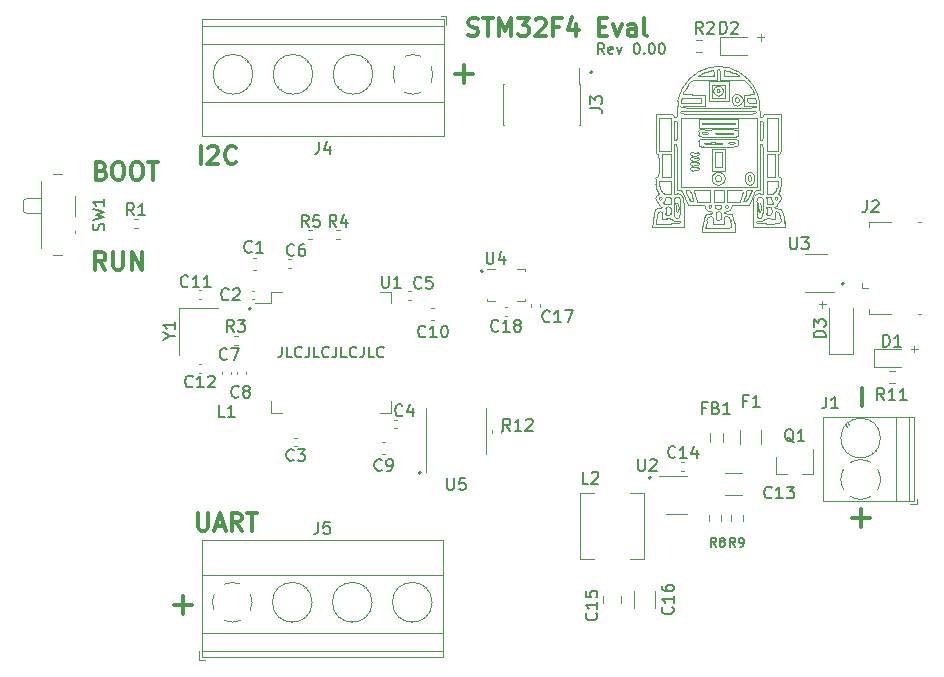
<source format=gbr>
%TF.GenerationSoftware,KiCad,Pcbnew,(5.1.7)-1*%
%TF.CreationDate,2021-01-30T20:15:53-05:00*%
%TF.ProjectId,STM32F4_Eval,53544d33-3246-4345-9f45-76616c2e6b69,rev?*%
%TF.SameCoordinates,Original*%
%TF.FileFunction,Legend,Top*%
%TF.FilePolarity,Positive*%
%FSLAX46Y46*%
G04 Gerber Fmt 4.6, Leading zero omitted, Abs format (unit mm)*
G04 Created by KiCad (PCBNEW (5.1.7)-1) date 2021-01-30 20:15:53*
%MOMM*%
%LPD*%
G01*
G04 APERTURE LIST*
%ADD10C,0.100000*%
%ADD11C,0.200000*%
%ADD12C,0.300000*%
%ADD13C,0.150000*%
%ADD14C,0.070000*%
%ADD15C,0.120000*%
G04 APERTURE END LIST*
D10*
X167264285Y-95563571D02*
X167835714Y-95563571D01*
X167550000Y-95849285D02*
X167550000Y-95277857D01*
X175074285Y-99363571D02*
X175645714Y-99363571D01*
X175360000Y-99649285D02*
X175360000Y-99077857D01*
X162064285Y-72973571D02*
X162635714Y-72973571D01*
X162350000Y-73259285D02*
X162350000Y-72687857D01*
D11*
X148100000Y-75920000D02*
G75*
G03*
X148100000Y-75920000I-100000J0D01*
G01*
D12*
X137574285Y-72787142D02*
X137788571Y-72858571D01*
X138145714Y-72858571D01*
X138288571Y-72787142D01*
X138360000Y-72715714D01*
X138431428Y-72572857D01*
X138431428Y-72430000D01*
X138360000Y-72287142D01*
X138288571Y-72215714D01*
X138145714Y-72144285D01*
X137860000Y-72072857D01*
X137717142Y-72001428D01*
X137645714Y-71930000D01*
X137574285Y-71787142D01*
X137574285Y-71644285D01*
X137645714Y-71501428D01*
X137717142Y-71430000D01*
X137860000Y-71358571D01*
X138217142Y-71358571D01*
X138431428Y-71430000D01*
X138860000Y-71358571D02*
X139717142Y-71358571D01*
X139288571Y-72858571D02*
X139288571Y-71358571D01*
X140217142Y-72858571D02*
X140217142Y-71358571D01*
X140717142Y-72430000D01*
X141217142Y-71358571D01*
X141217142Y-72858571D01*
X141788571Y-71358571D02*
X142717142Y-71358571D01*
X142217142Y-71930000D01*
X142431428Y-71930000D01*
X142574285Y-72001428D01*
X142645714Y-72072857D01*
X142717142Y-72215714D01*
X142717142Y-72572857D01*
X142645714Y-72715714D01*
X142574285Y-72787142D01*
X142431428Y-72858571D01*
X142002857Y-72858571D01*
X141860000Y-72787142D01*
X141788571Y-72715714D01*
X143288571Y-71501428D02*
X143360000Y-71430000D01*
X143502857Y-71358571D01*
X143860000Y-71358571D01*
X144002857Y-71430000D01*
X144074285Y-71501428D01*
X144145714Y-71644285D01*
X144145714Y-71787142D01*
X144074285Y-72001428D01*
X143217142Y-72858571D01*
X144145714Y-72858571D01*
X145288571Y-72072857D02*
X144788571Y-72072857D01*
X144788571Y-72858571D02*
X144788571Y-71358571D01*
X145502857Y-71358571D01*
X146717142Y-71858571D02*
X146717142Y-72858571D01*
X146360000Y-71287142D02*
X146002857Y-72358571D01*
X146931428Y-72358571D01*
X148645714Y-72072857D02*
X149145714Y-72072857D01*
X149360000Y-72858571D02*
X148645714Y-72858571D01*
X148645714Y-71358571D01*
X149360000Y-71358571D01*
X149860000Y-71858571D02*
X150217142Y-72858571D01*
X150574285Y-71858571D01*
X151788571Y-72858571D02*
X151788571Y-72072857D01*
X151717142Y-71930000D01*
X151574285Y-71858571D01*
X151288571Y-71858571D01*
X151145714Y-71930000D01*
X151788571Y-72787142D02*
X151645714Y-72858571D01*
X151288571Y-72858571D01*
X151145714Y-72787142D01*
X151074285Y-72644285D01*
X151074285Y-72501428D01*
X151145714Y-72358571D01*
X151288571Y-72287142D01*
X151645714Y-72287142D01*
X151788571Y-72215714D01*
X152717142Y-72858571D02*
X152574285Y-72787142D01*
X152502857Y-72644285D01*
X152502857Y-71358571D01*
D13*
X149097142Y-74377142D02*
X148797142Y-73948571D01*
X148582857Y-74377142D02*
X148582857Y-73477142D01*
X148925714Y-73477142D01*
X149011428Y-73520000D01*
X149054285Y-73562857D01*
X149097142Y-73648571D01*
X149097142Y-73777142D01*
X149054285Y-73862857D01*
X149011428Y-73905714D01*
X148925714Y-73948571D01*
X148582857Y-73948571D01*
X149825714Y-74334285D02*
X149740000Y-74377142D01*
X149568571Y-74377142D01*
X149482857Y-74334285D01*
X149440000Y-74248571D01*
X149440000Y-73905714D01*
X149482857Y-73820000D01*
X149568571Y-73777142D01*
X149740000Y-73777142D01*
X149825714Y-73820000D01*
X149868571Y-73905714D01*
X149868571Y-73991428D01*
X149440000Y-74077142D01*
X150168571Y-73777142D02*
X150382857Y-74377142D01*
X150597142Y-73777142D01*
X151797142Y-73477142D02*
X151882857Y-73477142D01*
X151968571Y-73520000D01*
X152011428Y-73562857D01*
X152054285Y-73648571D01*
X152097142Y-73820000D01*
X152097142Y-74034285D01*
X152054285Y-74205714D01*
X152011428Y-74291428D01*
X151968571Y-74334285D01*
X151882857Y-74377142D01*
X151797142Y-74377142D01*
X151711428Y-74334285D01*
X151668571Y-74291428D01*
X151625714Y-74205714D01*
X151582857Y-74034285D01*
X151582857Y-73820000D01*
X151625714Y-73648571D01*
X151668571Y-73562857D01*
X151711428Y-73520000D01*
X151797142Y-73477142D01*
X152482857Y-74291428D02*
X152525714Y-74334285D01*
X152482857Y-74377142D01*
X152440000Y-74334285D01*
X152482857Y-74291428D01*
X152482857Y-74377142D01*
X153082857Y-73477142D02*
X153168571Y-73477142D01*
X153254285Y-73520000D01*
X153297142Y-73562857D01*
X153340000Y-73648571D01*
X153382857Y-73820000D01*
X153382857Y-74034285D01*
X153340000Y-74205714D01*
X153297142Y-74291428D01*
X153254285Y-74334285D01*
X153168571Y-74377142D01*
X153082857Y-74377142D01*
X152997142Y-74334285D01*
X152954285Y-74291428D01*
X152911428Y-74205714D01*
X152868571Y-74034285D01*
X152868571Y-73820000D01*
X152911428Y-73648571D01*
X152954285Y-73562857D01*
X152997142Y-73520000D01*
X153082857Y-73477142D01*
X153940000Y-73477142D02*
X154025714Y-73477142D01*
X154111428Y-73520000D01*
X154154285Y-73562857D01*
X154197142Y-73648571D01*
X154240000Y-73820000D01*
X154240000Y-74034285D01*
X154197142Y-74205714D01*
X154154285Y-74291428D01*
X154111428Y-74334285D01*
X154025714Y-74377142D01*
X153940000Y-74377142D01*
X153854285Y-74334285D01*
X153811428Y-74291428D01*
X153768571Y-74205714D01*
X153725714Y-74034285D01*
X153725714Y-73820000D01*
X153768571Y-73648571D01*
X153811428Y-73562857D01*
X153854285Y-73520000D01*
X153940000Y-73477142D01*
D11*
X169390000Y-93840000D02*
G75*
G03*
X169390000Y-93840000I-100000J0D01*
G01*
X153060000Y-110260000D02*
G75*
G03*
X153060000Y-110260000I-100000J0D01*
G01*
X138820000Y-92780000D02*
G75*
G03*
X138820000Y-92780000I-100000J0D01*
G01*
X133560000Y-109830000D02*
G75*
G03*
X133560000Y-109830000I-100000J0D01*
G01*
D12*
X170882857Y-104161904D02*
X170882857Y-102638095D01*
D13*
X121792857Y-99167142D02*
X121792857Y-99810000D01*
X121750000Y-99938571D01*
X121664285Y-100024285D01*
X121535714Y-100067142D01*
X121450000Y-100067142D01*
X122650000Y-100067142D02*
X122221428Y-100067142D01*
X122221428Y-99167142D01*
X123464285Y-99981428D02*
X123421428Y-100024285D01*
X123292857Y-100067142D01*
X123207142Y-100067142D01*
X123078571Y-100024285D01*
X122992857Y-99938571D01*
X122950000Y-99852857D01*
X122907142Y-99681428D01*
X122907142Y-99552857D01*
X122950000Y-99381428D01*
X122992857Y-99295714D01*
X123078571Y-99210000D01*
X123207142Y-99167142D01*
X123292857Y-99167142D01*
X123421428Y-99210000D01*
X123464285Y-99252857D01*
X124107142Y-99167142D02*
X124107142Y-99810000D01*
X124064285Y-99938571D01*
X123978571Y-100024285D01*
X123850000Y-100067142D01*
X123764285Y-100067142D01*
X124964285Y-100067142D02*
X124535714Y-100067142D01*
X124535714Y-99167142D01*
X125778571Y-99981428D02*
X125735714Y-100024285D01*
X125607142Y-100067142D01*
X125521428Y-100067142D01*
X125392857Y-100024285D01*
X125307142Y-99938571D01*
X125264285Y-99852857D01*
X125221428Y-99681428D01*
X125221428Y-99552857D01*
X125264285Y-99381428D01*
X125307142Y-99295714D01*
X125392857Y-99210000D01*
X125521428Y-99167142D01*
X125607142Y-99167142D01*
X125735714Y-99210000D01*
X125778571Y-99252857D01*
X126421428Y-99167142D02*
X126421428Y-99810000D01*
X126378571Y-99938571D01*
X126292857Y-100024285D01*
X126164285Y-100067142D01*
X126078571Y-100067142D01*
X127278571Y-100067142D02*
X126850000Y-100067142D01*
X126850000Y-99167142D01*
X128092857Y-99981428D02*
X128050000Y-100024285D01*
X127921428Y-100067142D01*
X127835714Y-100067142D01*
X127707142Y-100024285D01*
X127621428Y-99938571D01*
X127578571Y-99852857D01*
X127535714Y-99681428D01*
X127535714Y-99552857D01*
X127578571Y-99381428D01*
X127621428Y-99295714D01*
X127707142Y-99210000D01*
X127835714Y-99167142D01*
X127921428Y-99167142D01*
X128050000Y-99210000D01*
X128092857Y-99252857D01*
X128735714Y-99167142D02*
X128735714Y-99810000D01*
X128692857Y-99938571D01*
X128607142Y-100024285D01*
X128478571Y-100067142D01*
X128392857Y-100067142D01*
X129592857Y-100067142D02*
X129164285Y-100067142D01*
X129164285Y-99167142D01*
X130407142Y-99981428D02*
X130364285Y-100024285D01*
X130235714Y-100067142D01*
X130150000Y-100067142D01*
X130021428Y-100024285D01*
X129935714Y-99938571D01*
X129892857Y-99852857D01*
X129850000Y-99681428D01*
X129850000Y-99552857D01*
X129892857Y-99381428D01*
X129935714Y-99295714D01*
X130021428Y-99210000D01*
X130150000Y-99167142D01*
X130235714Y-99167142D01*
X130364285Y-99210000D01*
X130407142Y-99252857D01*
D12*
X106862857Y-92638571D02*
X106362857Y-91924285D01*
X106005714Y-92638571D02*
X106005714Y-91138571D01*
X106577142Y-91138571D01*
X106720000Y-91210000D01*
X106791428Y-91281428D01*
X106862857Y-91424285D01*
X106862857Y-91638571D01*
X106791428Y-91781428D01*
X106720000Y-91852857D01*
X106577142Y-91924285D01*
X106005714Y-91924285D01*
X107505714Y-91138571D02*
X107505714Y-92352857D01*
X107577142Y-92495714D01*
X107648571Y-92567142D01*
X107791428Y-92638571D01*
X108077142Y-92638571D01*
X108220000Y-92567142D01*
X108291428Y-92495714D01*
X108362857Y-92352857D01*
X108362857Y-91138571D01*
X109077142Y-92638571D02*
X109077142Y-91138571D01*
X109934285Y-92638571D01*
X109934285Y-91138571D01*
X106524285Y-84252857D02*
X106738571Y-84324285D01*
X106810000Y-84395714D01*
X106881428Y-84538571D01*
X106881428Y-84752857D01*
X106810000Y-84895714D01*
X106738571Y-84967142D01*
X106595714Y-85038571D01*
X106024285Y-85038571D01*
X106024285Y-83538571D01*
X106524285Y-83538571D01*
X106667142Y-83610000D01*
X106738571Y-83681428D01*
X106810000Y-83824285D01*
X106810000Y-83967142D01*
X106738571Y-84110000D01*
X106667142Y-84181428D01*
X106524285Y-84252857D01*
X106024285Y-84252857D01*
X107810000Y-83538571D02*
X108095714Y-83538571D01*
X108238571Y-83610000D01*
X108381428Y-83752857D01*
X108452857Y-84038571D01*
X108452857Y-84538571D01*
X108381428Y-84824285D01*
X108238571Y-84967142D01*
X108095714Y-85038571D01*
X107810000Y-85038571D01*
X107667142Y-84967142D01*
X107524285Y-84824285D01*
X107452857Y-84538571D01*
X107452857Y-84038571D01*
X107524285Y-83752857D01*
X107667142Y-83610000D01*
X107810000Y-83538571D01*
X109381428Y-83538571D02*
X109667142Y-83538571D01*
X109810000Y-83610000D01*
X109952857Y-83752857D01*
X110024285Y-84038571D01*
X110024285Y-84538571D01*
X109952857Y-84824285D01*
X109810000Y-84967142D01*
X109667142Y-85038571D01*
X109381428Y-85038571D01*
X109238571Y-84967142D01*
X109095714Y-84824285D01*
X109024285Y-84538571D01*
X109024285Y-84038571D01*
X109095714Y-83752857D01*
X109238571Y-83610000D01*
X109381428Y-83538571D01*
X110452857Y-83538571D02*
X111310000Y-83538571D01*
X110881428Y-85038571D02*
X110881428Y-83538571D01*
D11*
X119180000Y-95950000D02*
G75*
G03*
X119180000Y-95950000I-100000J0D01*
G01*
D12*
X112708095Y-120992857D02*
X114231904Y-120992857D01*
X113470000Y-121754761D02*
X113470000Y-120230952D01*
X136458095Y-76062857D02*
X137981904Y-76062857D01*
X137220000Y-76824761D02*
X137220000Y-75300952D01*
X114687142Y-113228571D02*
X114687142Y-114442857D01*
X114758571Y-114585714D01*
X114830000Y-114657142D01*
X114972857Y-114728571D01*
X115258571Y-114728571D01*
X115401428Y-114657142D01*
X115472857Y-114585714D01*
X115544285Y-114442857D01*
X115544285Y-113228571D01*
X116187142Y-114300000D02*
X116901428Y-114300000D01*
X116044285Y-114728571D02*
X116544285Y-113228571D01*
X117044285Y-114728571D01*
X118401428Y-114728571D02*
X117901428Y-114014285D01*
X117544285Y-114728571D02*
X117544285Y-113228571D01*
X118115714Y-113228571D01*
X118258571Y-113300000D01*
X118330000Y-113371428D01*
X118401428Y-113514285D01*
X118401428Y-113728571D01*
X118330000Y-113871428D01*
X118258571Y-113942857D01*
X118115714Y-114014285D01*
X117544285Y-114014285D01*
X118830000Y-113228571D02*
X119687142Y-113228571D01*
X119258571Y-114728571D02*
X119258571Y-113228571D01*
X114915714Y-83688571D02*
X114915714Y-82188571D01*
X115558571Y-82331428D02*
X115630000Y-82260000D01*
X115772857Y-82188571D01*
X116130000Y-82188571D01*
X116272857Y-82260000D01*
X116344285Y-82331428D01*
X116415714Y-82474285D01*
X116415714Y-82617142D01*
X116344285Y-82831428D01*
X115487142Y-83688571D01*
X116415714Y-83688571D01*
X117915714Y-83545714D02*
X117844285Y-83617142D01*
X117630000Y-83688571D01*
X117487142Y-83688571D01*
X117272857Y-83617142D01*
X117130000Y-83474285D01*
X117058571Y-83331428D01*
X116987142Y-83045714D01*
X116987142Y-82831428D01*
X117058571Y-82545714D01*
X117130000Y-82402857D01*
X117272857Y-82260000D01*
X117487142Y-82188571D01*
X117630000Y-82188571D01*
X117844285Y-82260000D01*
X117915714Y-82331428D01*
X170078095Y-113672857D02*
X171601904Y-113672857D01*
X170840000Y-114434761D02*
X170840000Y-112910952D01*
D14*
X159299767Y-88211139D02*
G75*
G02*
X159354435Y-88178593I66198J-49007D01*
G01*
X159274674Y-88279850D02*
G75*
G02*
X159299767Y-88211139I128892J-8133D01*
G01*
X159269312Y-88730000D02*
X159269312Y-88450000D01*
X158779312Y-88730000D02*
X159269312Y-88730000D01*
X158289312Y-88730000D02*
X158779312Y-88730000D01*
X163544557Y-87868260D02*
G75*
G02*
X163567580Y-87795941I157133J-10201D01*
G01*
X163013152Y-88318571D02*
G75*
G02*
X163186477Y-88310000I173325J-1748162D01*
G01*
X162869150Y-88344864D02*
G75*
G02*
X163013152Y-88318572I232412J-865416D01*
G01*
X162013782Y-88598358D02*
G75*
G02*
X162051520Y-88574370I59056J-51228D01*
G01*
X163858037Y-88723156D02*
X163049312Y-88730000D01*
X158906659Y-88440129D02*
G75*
G02*
X158779312Y-88450000I-127347J816488D01*
G01*
X158289312Y-88450000D02*
X158289312Y-88730000D01*
X163567579Y-87795942D02*
G75*
G02*
X163616464Y-87760827I66404J-40858D01*
G01*
X163186477Y-88310000D02*
X163539312Y-88310000D01*
X162511314Y-88726166D02*
X162214655Y-88710953D01*
X158569312Y-88100000D02*
X158573667Y-87876001D01*
X163926374Y-87913975D02*
X163991600Y-88112706D01*
X162038728Y-88685363D02*
G75*
G02*
X161999312Y-88637124I9811J48239D01*
G01*
X158779312Y-87750001D02*
G75*
G02*
X158906659Y-87759872I0J-826359D01*
G01*
X161999311Y-88637124D02*
G75*
G02*
X162013782Y-88598358I59161J0D01*
G01*
X162529400Y-88523317D02*
G75*
G02*
X162427543Y-88563789I-243880J465377D01*
G01*
X163806364Y-87766907D02*
G75*
G02*
X163872265Y-87815283I-51120J-138713D01*
G01*
X162632367Y-88458810D02*
G75*
G02*
X162745095Y-88390879I415455J-561934D01*
G01*
X158961311Y-87796667D02*
G75*
G02*
X158984956Y-87876001I-143030J-85819D01*
G01*
X158906659Y-87759871D02*
G75*
G02*
X158961312Y-87796667I-11974J-76772D01*
G01*
X158779311Y-88450000D02*
G75*
G02*
X158651964Y-88440129I0J826359D01*
G01*
X163872265Y-87815283D02*
G75*
G02*
X163926374Y-87913975I-286877J-221462D01*
G01*
X162051520Y-88574370D02*
G75*
G02*
X162117225Y-88566669I56788J-200359D01*
G01*
X164041034Y-88666861D02*
G75*
G02*
X163858037Y-88723156I-188829J288244D01*
G01*
X158573667Y-88324000D02*
X158569312Y-88100000D01*
X163711600Y-87750000D02*
G75*
G02*
X163806364Y-87766906I0J-274049D01*
G01*
X162632367Y-88458810D02*
G75*
G02*
X162529400Y-88523318I-469701J635304D01*
G01*
X158984956Y-87876001D02*
X158989312Y-88100000D01*
X158651964Y-88440129D02*
G75*
G02*
X158597312Y-88403334I11974J76771D01*
G01*
X158961311Y-88403334D02*
G75*
G02*
X158906659Y-88440129I-66626J39976D01*
G01*
X163049312Y-88730000D02*
X162511314Y-88726166D01*
X162745095Y-88390879D02*
G75*
G02*
X162869150Y-88344864I309165J-643262D01*
G01*
X163616464Y-87760826D02*
G75*
G02*
X163711600Y-87750000I95136J-412582D01*
G01*
X163539312Y-88030000D02*
X163544556Y-87868260D01*
X162427543Y-88563789D02*
G75*
G02*
X162323782Y-88580931I-129493J461222D01*
G01*
X162214655Y-88710953D02*
G75*
G02*
X162038728Y-88685364I139399J1575965D01*
G01*
X164096956Y-88532243D02*
G75*
G02*
X164041034Y-88666861I-126957J-26185D01*
G01*
X158651965Y-87759871D02*
G75*
G02*
X158779312Y-87750000I127346J-816489D01*
G01*
X158984957Y-88324000D02*
G75*
G02*
X158961312Y-88403334I-166676J6485D01*
G01*
X158597312Y-88403334D02*
G75*
G02*
X158573667Y-88324000I143030J85819D01*
G01*
X163539312Y-88310000D02*
X163539312Y-88030000D01*
X162117226Y-88566669D02*
G75*
G02*
X162215202Y-88575933I-40972J-955967D01*
G01*
X163991600Y-88112706D02*
X164096956Y-88532243D01*
X158597312Y-87796667D02*
G75*
G02*
X158651964Y-87759872I66626J-39976D01*
G01*
X159269312Y-88450000D02*
X159274674Y-88279850D01*
X158573667Y-87876001D02*
G75*
G02*
X158597312Y-87796667I166675J-6485D01*
G01*
X162323782Y-88580930D02*
G75*
G02*
X162215202Y-88575933I-29319J545044D01*
G01*
X154014067Y-87868256D02*
X154019312Y-88030000D01*
X155342319Y-88710965D02*
X155043288Y-88726171D01*
X153441812Y-88730000D02*
X153486549Y-88506314D01*
X153991043Y-87795939D02*
G75*
G02*
X154014067Y-87868256I-134094J-82517D01*
G01*
X153942156Y-87760826D02*
G75*
G02*
X153991043Y-87795939I-17515J-75974D01*
G01*
X153847009Y-87750001D02*
G75*
G02*
X153942155Y-87760826I0J-423541D01*
G01*
X155519770Y-88685412D02*
G75*
G02*
X155342319Y-88710965I-318617J1583675D01*
G01*
X154813528Y-88390879D02*
G75*
G02*
X154926256Y-88458810I-302727J-629865D01*
G01*
X154019312Y-88310000D02*
X154372146Y-88310000D01*
X162843667Y-87904000D02*
X162839312Y-87680000D01*
X159506379Y-87195521D02*
G75*
G02*
X159536729Y-87212355I-65415J-153713D01*
G01*
X163254957Y-87904000D02*
G75*
G02*
X163231312Y-87983334I-166676J6485D01*
G01*
X154714957Y-87904000D02*
G75*
G02*
X154691312Y-87983334I-166676J6485D01*
G01*
X153732333Y-87787303D02*
G75*
G02*
X153847010Y-87750000I114676J-157618D01*
G01*
X155559312Y-88637124D02*
G75*
G02*
X155519771Y-88685412I-49256J0D01*
G01*
X154019312Y-88030000D02*
X154019312Y-88310000D01*
X154372146Y-88310001D02*
G75*
G02*
X154545471Y-88318572I0J-1756732D01*
G01*
X163176659Y-88020129D02*
G75*
G02*
X163049312Y-88030000I-127347J816488D01*
G01*
X154327312Y-87983334D02*
G75*
G02*
X154303667Y-87904000I143030J85819D01*
G01*
X153486549Y-88506314D02*
X153576719Y-88092214D01*
X155029223Y-88523317D02*
G75*
G02*
X154926256Y-88458810I366734J699811D01*
G01*
X162921964Y-88020129D02*
G75*
G02*
X162867312Y-87983334I11974J76771D01*
G01*
X154327312Y-87376667D02*
G75*
G02*
X154381964Y-87339872I66626J-39976D01*
G01*
X162867312Y-87983334D02*
G75*
G02*
X162843667Y-87904000I143030J85819D01*
G01*
X153648407Y-87888314D02*
G75*
G02*
X153732333Y-87787304I240979J-114851D01*
G01*
X153576720Y-88092214D02*
G75*
G02*
X153648407Y-87888314I987942J-232790D01*
G01*
X154500562Y-88730000D02*
X153441812Y-88730000D01*
X163049312Y-87330001D02*
G75*
G02*
X163176659Y-87339872I0J-826359D01*
G01*
X155343421Y-88575934D02*
G75*
G02*
X155234841Y-88580931I-79261J540048D01*
G01*
X154509312Y-87330001D02*
G75*
G02*
X154636659Y-87339872I0J-826359D01*
G01*
X154381965Y-87339871D02*
G75*
G02*
X154509312Y-87330000I127346J-816489D01*
G01*
X154691311Y-87983334D02*
G75*
G02*
X154636659Y-88020129I-66626J39976D01*
G01*
X163231311Y-87376667D02*
G75*
G02*
X163254956Y-87456001I-143030J-85819D01*
G01*
X162839312Y-87680000D02*
X162843667Y-87456001D01*
X163259312Y-87680000D02*
X163254956Y-87904000D01*
X154381964Y-88020129D02*
G75*
G02*
X154327312Y-87983334I11974J76771D01*
G01*
X155544841Y-88598358D02*
G75*
G02*
X155559312Y-88637124I-44690J-38766D01*
G01*
X155343422Y-88575933D02*
G75*
G02*
X155441398Y-88566669I138947J-946703D01*
G01*
X163176659Y-87339871D02*
G75*
G02*
X163231312Y-87376667I-11974J-76772D01*
G01*
X154636659Y-87339871D02*
G75*
G02*
X154691312Y-87376667I-11974J-76772D01*
G01*
X154636659Y-88020129D02*
G75*
G02*
X154509312Y-88030000I-127347J816488D01*
G01*
X154719312Y-87680000D02*
X154714956Y-87904000D01*
X159536730Y-87212354D02*
G75*
G02*
X159565512Y-87236990I-111627J-159549D01*
G01*
X163231311Y-87983334D02*
G75*
G02*
X163176659Y-88020129I-66626J39976D01*
G01*
X155043288Y-88726171D02*
X154500562Y-88730000D01*
X155507103Y-88574370D02*
G75*
G02*
X155544841Y-88598358I-21318J-75216D01*
G01*
X155441397Y-88566669D02*
G75*
G02*
X155507103Y-88574370I8918J-208060D01*
G01*
X163254956Y-87456001D02*
X163259312Y-87680000D01*
X155131080Y-88563790D02*
G75*
G02*
X155029223Y-88523318I142023J505850D01*
G01*
X163049311Y-88030000D02*
G75*
G02*
X162921964Y-88020129I0J826359D01*
G01*
X162921965Y-87339871D02*
G75*
G02*
X163049312Y-87330000I127346J-816489D01*
G01*
X154714956Y-87456001D02*
X154719312Y-87680000D01*
X154303667Y-87456001D02*
G75*
G02*
X154327312Y-87376667I166675J-6485D01*
G01*
X159565512Y-87236990D02*
G75*
G02*
X159588081Y-87266100I-125597J-120682D01*
G01*
X154509311Y-88030000D02*
G75*
G02*
X154381964Y-88020129I0J826359D01*
G01*
X155234841Y-88580930D02*
G75*
G02*
X155131080Y-88563789I25732J478363D01*
G01*
X154689473Y-88344863D02*
G75*
G02*
X154813528Y-88390879I-185110J-689278D01*
G01*
X162843667Y-87456001D02*
G75*
G02*
X162867312Y-87376667I166675J-6485D01*
G01*
X154691311Y-87376667D02*
G75*
G02*
X154714956Y-87456001I-143030J-85819D01*
G01*
X154299312Y-87680000D02*
X154303667Y-87456001D01*
X154545471Y-88318572D02*
G75*
G02*
X154689473Y-88344864I-88410J-891708D01*
G01*
X162867312Y-87376667D02*
G75*
G02*
X162921964Y-87339872I66626J-39976D01*
G01*
X154303667Y-87904000D02*
X154299312Y-87680000D01*
X158989312Y-88100000D02*
X158984956Y-88324000D01*
X159602789Y-87348484D02*
G75*
G02*
X159558009Y-87423082I-127705J25920D01*
G01*
X158929870Y-87195237D02*
G75*
G02*
X159006812Y-87216250I-14155J-203205D01*
G01*
X158077208Y-87451799D02*
G75*
G02*
X158001411Y-87420100I738J108234D01*
G01*
X158136730Y-87212354D02*
G75*
G02*
X158165512Y-87236990I-111627J-159549D01*
G01*
X159558009Y-87423081D02*
G75*
G02*
X159477208Y-87451799I-79945J96904D01*
G01*
X159045607Y-87258489D02*
G75*
G02*
X159059312Y-87330000I-179718J-71512D01*
G01*
X158499311Y-87330000D02*
G75*
G02*
X158513016Y-87258489I193423J-1D01*
G01*
X163601410Y-86720100D02*
G75*
G02*
X163564956Y-86652985I95129J95128D01*
G01*
X162925010Y-86498451D02*
G75*
G02*
X163049312Y-86490000I124301J-909887D01*
G01*
X163736730Y-86512354D02*
G75*
G02*
X163765512Y-86536990I-111627J-159549D01*
G01*
X158202789Y-87348484D02*
G75*
G02*
X158158009Y-87423082I-127705J25920D01*
G01*
X158079312Y-87190000D02*
G75*
G02*
X158106380Y-87195521I-1J-69125D01*
G01*
X158001410Y-87420100D02*
G75*
G02*
X157964956Y-87352985I95129J95128D01*
G01*
X163706379Y-86495521D02*
G75*
G02*
X163736729Y-86512355I-65415J-153713D01*
G01*
X162869936Y-86530834D02*
G75*
G02*
X162925010Y-86498452I66290J-49717D01*
G01*
X163368280Y-86894425D02*
G75*
G02*
X163430045Y-86992999I-929504J-651050D01*
G01*
X157969524Y-87274759D02*
G75*
G02*
X158012642Y-87213330I126179J-42719D01*
G01*
X158188081Y-87266099D02*
G75*
G02*
X158202789Y-87348483I-96710J-59771D01*
G01*
X163765512Y-86536990D02*
G75*
G02*
X163788081Y-86566100I-125597J-120682D01*
G01*
X163212275Y-86517869D02*
G75*
G02*
X163246865Y-86556539I-43873J-74048D01*
G01*
X163370385Y-87047645D02*
X163158281Y-87050000D01*
X163802789Y-86648484D02*
G75*
G02*
X163758009Y-86723082I-127705J25920D01*
G01*
X163149560Y-86496343D02*
G75*
G02*
X163212276Y-86517869I-20601J-162146D01*
G01*
X163430046Y-86992998D02*
G75*
G02*
X163422080Y-87029943I-25010J-13939D01*
G01*
X158513017Y-87401511D02*
G75*
G02*
X158499312Y-87330000I179717J71511D01*
G01*
X163422079Y-87029943D02*
G75*
G02*
X163370385Y-87047645I-53697J72482D01*
G01*
X159006812Y-87216250D02*
G75*
G02*
X159045607Y-87258489I-36001J-72001D01*
G01*
X158628753Y-87195238D02*
X158779312Y-87190000D01*
X163612642Y-86513330D02*
G75*
G02*
X163679312Y-86490000I66670J-83595D01*
G01*
X158012642Y-87213330D02*
G75*
G02*
X158079312Y-87190000I66670J-83595D01*
G01*
X159369524Y-87274759D02*
G75*
G02*
X159412642Y-87213330I126179J-42719D01*
G01*
X159477208Y-87451799D02*
G75*
G02*
X159401411Y-87420100I738J108234D01*
G01*
X158158009Y-87423081D02*
G75*
G02*
X158077208Y-87451799I-79945J96904D01*
G01*
X163564956Y-86652985D02*
G75*
G02*
X163569525Y-86574760I144660J30797D01*
G01*
X163758009Y-86723081D02*
G75*
G02*
X163677208Y-86751799I-79945J96904D01*
G01*
X163158281Y-87050000D02*
X162839312Y-87050000D01*
X163049312Y-86490000D02*
G75*
G02*
X163149560Y-86496343I-1J-795383D01*
G01*
X163246865Y-86556539D02*
G75*
G02*
X163259312Y-86614425I-128382J-57886D01*
G01*
X163368281Y-86894425D02*
G75*
G02*
X163326569Y-86825727I504149J353120D01*
G01*
X163679312Y-86490000D02*
G75*
G02*
X163706380Y-86495521I-1J-69125D01*
G01*
X159045607Y-87401511D02*
G75*
G02*
X159006812Y-87443750I-74796J29761D01*
G01*
X158165512Y-87236990D02*
G75*
G02*
X158188081Y-87266100I-125597J-120682D01*
G01*
X158779312Y-87190000D02*
X158929870Y-87195238D01*
X158628753Y-87464763D02*
G75*
G02*
X158551812Y-87443750I14155J203204D01*
G01*
X159479312Y-87190000D02*
G75*
G02*
X159506380Y-87195521I-1J-69125D01*
G01*
X159412642Y-87213330D02*
G75*
G02*
X159479312Y-87190000I66670J-83595D01*
G01*
X159401410Y-87420100D02*
G75*
G02*
X159364956Y-87352985I95129J95128D01*
G01*
X157964956Y-87352985D02*
G75*
G02*
X157969525Y-87274760I144660J30797D01*
G01*
X158551812Y-87216251D02*
G75*
G02*
X158628753Y-87195238I91096J-182191D01*
G01*
X162839312Y-87050000D02*
X162839312Y-86770000D01*
X163569524Y-86574759D02*
G75*
G02*
X163612642Y-86513330I126179J-42719D01*
G01*
X158779312Y-87470000D02*
X158628753Y-87464763D01*
X158551811Y-87443751D02*
G75*
G02*
X158513016Y-87401512I36001J72001D01*
G01*
X159364956Y-87352985D02*
G75*
G02*
X159369525Y-87274760I144660J30797D01*
G01*
X159588081Y-87266099D02*
G75*
G02*
X159602789Y-87348483I-96710J-59771D01*
G01*
X158929870Y-87464763D02*
X158779312Y-87470000D01*
X158513017Y-87258489D02*
G75*
G02*
X158551812Y-87216250I74795J-29762D01*
G01*
X162844688Y-86599315D02*
G75*
G02*
X162869937Y-86530834I127256J-8024D01*
G01*
X163788081Y-86566099D02*
G75*
G02*
X163802789Y-86648483I-96710J-59771D01*
G01*
X159059312Y-87330001D02*
G75*
G02*
X159045607Y-87401512I-193423J1D01*
G01*
X158106379Y-87195521D02*
G75*
G02*
X158136729Y-87212355I-65415J-153713D01*
G01*
X159006811Y-87443750D02*
G75*
G02*
X158929870Y-87464763I-91096J182191D01*
G01*
X163677208Y-86751799D02*
G75*
G02*
X163601411Y-86720100I738J108234D01*
G01*
X162839312Y-86770000D02*
X162844687Y-86599315D01*
X163291321Y-86748000D02*
G75*
G02*
X163266938Y-86673119I651549J253567D01*
G01*
X163266939Y-86673118D02*
G75*
G02*
X163259312Y-86614425I222028J58693D01*
G01*
X154409064Y-86496343D02*
G75*
G02*
X154509312Y-86490000I100248J-789040D01*
G01*
X154299312Y-86614425D02*
G75*
G02*
X154291685Y-86673119I-229656J0D01*
G01*
X162443142Y-86550251D02*
G75*
G02*
X162483183Y-86587617I-126055J-175213D01*
G01*
X162389878Y-86518675D02*
G75*
G02*
X162443143Y-86550250I-151191J-315763D01*
G01*
X162049556Y-86671325D02*
G75*
G02*
X162135955Y-86540434I246940J-69039D01*
G01*
X162029654Y-87845412D02*
X162014368Y-87437662D01*
X162528970Y-87845412D02*
G75*
G02*
X162505065Y-88063352I-1801739J87343D01*
G01*
X154311758Y-86556540D02*
G75*
G02*
X154346347Y-86517869I78463J-35377D01*
G01*
X155548099Y-87103469D02*
X155544255Y-87437662D01*
X155443142Y-86550251D02*
G75*
G02*
X155483183Y-86587617I-126055J-175213D01*
G01*
X155466125Y-88192666D02*
G75*
G02*
X155401812Y-88267188I-153873J67781D01*
G01*
X162332289Y-86497158D02*
G75*
G02*
X162389878Y-86518675I-91794J-333505D01*
G01*
X162053559Y-88063352D02*
G75*
G02*
X162029654Y-87845412I1777833J305283D01*
G01*
X154713936Y-86599315D02*
X154719312Y-86770000D01*
X162279311Y-86490000D02*
G75*
G02*
X162332289Y-86497158I1J-199634D01*
G01*
X162518553Y-86667039D02*
X162538608Y-86851210D01*
X155156812Y-88267187D02*
G75*
G02*
X155092499Y-88192666I89559J142302D01*
G01*
X162011757Y-86931277D02*
G75*
G02*
X162049557Y-86671325I1027067J-16624D01*
G01*
X162548099Y-87103469D02*
X162544255Y-87437662D01*
X155014368Y-87437662D02*
X155011757Y-86931278D01*
X154509311Y-86490001D02*
G75*
G02*
X154633613Y-86498452I1J-918337D01*
G01*
X162544255Y-87437662D02*
X162528969Y-87845412D01*
X162135955Y-86540434D02*
G75*
G02*
X162279312Y-86490000I143357J-178529D01*
G01*
X162156812Y-88267187D02*
G75*
G02*
X162092499Y-88192666I89559J142302D01*
G01*
X154299311Y-86614425D02*
G75*
G02*
X154311758Y-86556539I140829J0D01*
G01*
X162279312Y-88309284D02*
G75*
G02*
X162220893Y-88298805I-1J168078D01*
G01*
X155049556Y-86671325D02*
G75*
G02*
X155135955Y-86540434I246940J-69039D01*
G01*
X154267302Y-86748000D02*
G75*
G02*
X154232054Y-86825727I-728645J283571D01*
G01*
X155011757Y-86931277D02*
G75*
G02*
X155049557Y-86671325I1027067J-16624D01*
G01*
X155401811Y-88267188D02*
G75*
G02*
X155337730Y-88298805I-184420J293028D01*
G01*
X162220893Y-88298805D02*
G75*
G02*
X162156812Y-88267188I120339J324645D01*
G01*
X162505064Y-88063352D02*
G75*
G02*
X162466124Y-88192666I-544922J93572D01*
G01*
X155389878Y-86518675D02*
G75*
G02*
X155443143Y-86550250I-151191J-315763D01*
G01*
X155220893Y-88298805D02*
G75*
G02*
X155156812Y-88267188I120339J324645D01*
G01*
X162483183Y-86587617D02*
G75*
G02*
X162518553Y-86667039I-123732J-102689D01*
G01*
X155483183Y-86587617D02*
G75*
G02*
X155518553Y-86667039I-123732J-102689D01*
G01*
X155135955Y-86540434D02*
G75*
G02*
X155279312Y-86490000I143357J-178529D01*
G01*
X155337731Y-88298805D02*
G75*
G02*
X155279312Y-88309284I-58419J157599D01*
G01*
X155505064Y-88063352D02*
G75*
G02*
X155466124Y-88192666I-544922J93572D01*
G01*
X155544255Y-87437662D02*
X155528969Y-87845412D01*
X154633613Y-86498452D02*
G75*
G02*
X154688687Y-86530834I-11216J-82099D01*
G01*
X154291685Y-86673118D02*
G75*
G02*
X154267302Y-86748000I-675932J178685D01*
G01*
X162014368Y-87437662D02*
X162011757Y-86931278D01*
X162092498Y-88192666D02*
G75*
G02*
X162053558Y-88063352I505983J222886D01*
G01*
X154688687Y-86530833D02*
G75*
G02*
X154713936Y-86599315I-102008J-76506D01*
G01*
X162337731Y-88298805D02*
G75*
G02*
X162279312Y-88309284I-58419J157599D01*
G01*
X162538608Y-86851210D02*
X162548099Y-87103469D01*
X155332289Y-86497158D02*
G75*
G02*
X155389878Y-86518675I-91794J-333505D01*
G01*
X154232054Y-86825727D02*
G75*
G02*
X154190342Y-86894425I-545861J284422D01*
G01*
X155538608Y-86851210D02*
X155548099Y-87103469D01*
X155029654Y-87845412D02*
X155014368Y-87437662D01*
X155528970Y-87845412D02*
G75*
G02*
X155505065Y-88063352I-1801739J87343D01*
G01*
X155279312Y-88309284D02*
G75*
G02*
X155220893Y-88298805I-1J168078D01*
G01*
X162401811Y-88267188D02*
G75*
G02*
X162337730Y-88298805I-184420J293028D01*
G01*
X162466125Y-88192666D02*
G75*
G02*
X162401812Y-88267188I-153873J67781D01*
G01*
X155279311Y-86490000D02*
G75*
G02*
X155332289Y-86497158I1J-199634D01*
G01*
X154128577Y-86992999D02*
G75*
G02*
X154190342Y-86894425I991270J-552476D01*
G01*
X155053559Y-88063352D02*
G75*
G02*
X155029654Y-87845412I1777833J305283D01*
G01*
X155092498Y-88192666D02*
G75*
G02*
X155053558Y-88063352I505983J222886D01*
G01*
X155518553Y-86667039D02*
X155538608Y-86851210D01*
X154346347Y-86517869D02*
G75*
G02*
X154409063Y-86496343I83317J-140620D01*
G01*
X163326569Y-86825727D02*
G75*
G02*
X163291321Y-86748000I693397J361298D01*
G01*
X158779312Y-85930000D02*
X159199312Y-85930000D01*
X156797533Y-85949141D02*
G75*
G02*
X156975277Y-85933362I198891J-1231474D01*
G01*
X161573401Y-85930000D02*
X161372326Y-86402500D01*
X161254760Y-85944777D02*
G75*
G02*
X161371323Y-85930000I116563J-452340D01*
G01*
X161183567Y-85990244D02*
G75*
G02*
X161254761Y-85944777I105093J-86087D01*
G01*
X161129284Y-86087634D02*
G75*
G02*
X161183568Y-85990244I298100J-102332D01*
G01*
X161058078Y-86312405D02*
X161129284Y-86087634D01*
X160901903Y-86893182D02*
G75*
G02*
X160889676Y-86863114I20899J26019D01*
G01*
X160583347Y-85933362D02*
G75*
G02*
X160761091Y-85949141I-21148J-1247253D01*
G01*
X159199312Y-86420000D02*
X159199312Y-86910000D01*
X161012316Y-86467151D02*
X161058078Y-86312405D01*
X161100946Y-86861520D02*
G75*
G02*
X161015428Y-86898660I-112840J142802D01*
G01*
X156720792Y-85982724D02*
G75*
G02*
X156797532Y-85949141I103482J-131992D01*
G01*
X160186801Y-85930000D02*
X160583346Y-85933362D01*
X156705621Y-86037597D02*
G75*
G02*
X156720793Y-85982724I44734J17166D01*
G01*
X160791186Y-86225917D02*
X160746134Y-86373301D01*
X161372326Y-86402500D02*
X161266552Y-86634540D01*
X159199312Y-85930000D02*
X159199312Y-86420000D01*
X160837830Y-85982723D02*
G75*
G02*
X160853002Y-86037596I-29562J-37708D01*
G01*
X160589377Y-86910000D02*
X160034344Y-86910000D01*
X158359312Y-86420000D02*
X158359312Y-85930000D01*
X158779312Y-86910000D02*
X158359312Y-86910000D01*
X160746134Y-86373301D02*
X160700545Y-86527596D01*
X158079312Y-85930000D02*
X158079312Y-86420000D01*
X154188237Y-87047645D02*
G75*
G02*
X154136543Y-87029943I2004J90184D01*
G01*
X160700545Y-86527596D02*
X160589377Y-86910000D01*
X154136544Y-87029943D02*
G75*
G02*
X154128578Y-86992999I17043J23006D01*
G01*
X154400342Y-87050000D02*
X154188238Y-87047645D01*
X160926653Y-86742255D02*
X160966743Y-86615893D01*
X153877208Y-86751799D02*
G75*
G02*
X153801411Y-86720100I738J108234D01*
G01*
X161371323Y-85930000D02*
X161573401Y-85930000D01*
X160889676Y-86863114D02*
G75*
G02*
X160903258Y-86808564I228534J-27935D01*
G01*
X161015428Y-86898661D02*
G75*
G02*
X160939113Y-86905624I-96420J635014D01*
G01*
X161266552Y-86634539D02*
G75*
G02*
X161181060Y-86777706I-880355J428594D01*
G01*
X159199312Y-86910000D02*
X158779312Y-86910000D01*
X160034344Y-86910000D02*
X159479312Y-86910000D01*
X160761090Y-85949141D02*
G75*
G02*
X160837830Y-85982724I-26741J-165575D01*
G01*
X160830633Y-86101126D02*
X160791186Y-86225917D01*
X158359312Y-86910000D02*
X158359312Y-86420000D01*
X160966743Y-86615893D02*
X161012316Y-86467151D01*
X153906379Y-86495521D02*
G75*
G02*
X153936729Y-86512355I-65415J-153713D01*
G01*
X153812642Y-86513330D02*
G75*
G02*
X153879312Y-86490000I66670J-83595D01*
G01*
X154719312Y-87050000D02*
X154400342Y-87050000D01*
X156727990Y-86101126D02*
X156705621Y-86037596D01*
X154719312Y-86770000D02*
X154719312Y-87050000D01*
X153965512Y-86536990D02*
G75*
G02*
X153988081Y-86566100I-125597J-120682D01*
G01*
X154002789Y-86648484D02*
G75*
G02*
X153958009Y-86723082I-127705J25920D01*
G01*
X159479312Y-86910000D02*
X159479312Y-86420000D01*
X156975277Y-85933362D02*
X157371822Y-85930000D01*
X158359312Y-85930000D02*
X158779312Y-85930000D01*
X160903258Y-86808564D02*
X160926653Y-86742255D01*
X153936730Y-86512354D02*
G75*
G02*
X153965512Y-86536990I-111627J-159549D01*
G01*
X153879312Y-86490000D02*
G75*
G02*
X153906380Y-86495521I-1J-69125D01*
G01*
X153769524Y-86574759D02*
G75*
G02*
X153812642Y-86513330I126179J-42719D01*
G01*
X153764956Y-86652985D02*
G75*
G02*
X153769525Y-86574760I144660J30797D01*
G01*
X153801410Y-86720100D02*
G75*
G02*
X153764956Y-86652985I95129J95128D01*
G01*
X161181060Y-86777706D02*
G75*
G02*
X161100947Y-86861521I-339067J243897D01*
G01*
X159479312Y-85930000D02*
X160186801Y-85930000D01*
X157371822Y-85930000D02*
X158079312Y-85930000D01*
X153958009Y-86723081D02*
G75*
G02*
X153877208Y-86751799I-79945J96904D01*
G01*
X153988081Y-86566099D02*
G75*
G02*
X154002789Y-86648483I-96710J-59771D01*
G01*
X160939114Y-86905624D02*
G75*
G02*
X160901903Y-86893182I-1772J56564D01*
G01*
X159479312Y-86420000D02*
X159479312Y-85930000D01*
X160853002Y-86037596D02*
X160830633Y-86101126D01*
X163520000Y-84810000D02*
X163170000Y-84810000D01*
X156969246Y-86910000D02*
X156858078Y-86527596D01*
X158079312Y-86420000D02*
X158079312Y-86910000D01*
X156429209Y-86087174D02*
X156500545Y-86312405D01*
X156186077Y-85930000D02*
G75*
G02*
X156303535Y-85944673I0J-477463D01*
G01*
X156059860Y-85947338D02*
G75*
G02*
X156186077Y-85930000I126217J-450744D01*
G01*
X156023465Y-86000582D02*
G75*
G02*
X156059860Y-85947339I49922J4936D01*
G01*
X163665363Y-85893128D02*
X163561364Y-86089811D01*
X154171661Y-86201841D02*
G75*
G02*
X154071356Y-86167982I16572J214593D01*
G01*
X163539312Y-82850000D02*
X163539312Y-83830000D01*
X156250096Y-86577500D02*
X156053406Y-86118212D01*
X156395597Y-86836872D02*
G75*
G02*
X156327242Y-86738098I378789J335176D01*
G01*
X163487267Y-86167983D02*
G75*
G02*
X163386962Y-86201842I-116877J180735D01*
G01*
X156465331Y-86890962D02*
G75*
G02*
X156395598Y-86836872I108327J211649D01*
G01*
X162839312Y-82850000D02*
X163189312Y-82850000D01*
X153739312Y-85090000D02*
X154229312Y-85090000D01*
X156544313Y-86910000D02*
G75*
G02*
X156465331Y-86890962I0J173353D01*
G01*
X156662800Y-86851375D02*
G75*
G02*
X156649428Y-86884763I-45148J-1290D01*
G01*
X163774089Y-85597918D02*
X163724309Y-85753993D01*
X156653002Y-86802404D02*
G75*
G02*
X156662800Y-86851375I-138669J-53213D01*
G01*
X156546134Y-86466700D02*
X156591186Y-86614084D01*
X163561364Y-86089810D02*
G75*
G02*
X163487267Y-86167982I-198083J113555D01*
G01*
X154383260Y-86210000D02*
X154171661Y-86201842D01*
X162839312Y-84810000D02*
X162839312Y-83830000D01*
X154719312Y-86210000D02*
X154383260Y-86210000D01*
X154719312Y-85650000D02*
X154719312Y-86210000D01*
X163539312Y-83830000D02*
X163539312Y-84810000D01*
X162839312Y-85090000D02*
X163329312Y-85090000D01*
X163724309Y-85753994D02*
G75*
G02*
X163665363Y-85893128I-1378663J502033D01*
G01*
X154229312Y-85090000D02*
X154719312Y-85090000D01*
X156858078Y-86527596D02*
X156812489Y-86373301D01*
X153750071Y-85448694D02*
G75*
G02*
X153739312Y-85333128I615286J115566D01*
G01*
X158079312Y-86910000D02*
X157524279Y-86910000D01*
X156053405Y-86118212D02*
G75*
G02*
X156023465Y-86000582I372370J157406D01*
G01*
X163189312Y-82850000D02*
X163539312Y-82850000D01*
X156327242Y-86738098D02*
X156250096Y-86577500D01*
X156630633Y-86738875D02*
X156653002Y-86802405D01*
X156591186Y-86614084D02*
X156630633Y-86738875D01*
X162839312Y-85650000D02*
X162839312Y-85090000D01*
X162839312Y-86210000D02*
X162839312Y-85650000D01*
X162839312Y-83830000D02*
X162839312Y-82850000D01*
X153834314Y-85753993D02*
X153784534Y-85597918D01*
X163819312Y-85090000D02*
X163819312Y-85333128D01*
X153997259Y-86089811D02*
X153893260Y-85893128D01*
X156500545Y-86312405D02*
X156546134Y-86466700D01*
X154719312Y-82850000D02*
X154719312Y-83830000D01*
X163819311Y-85333127D02*
G75*
G02*
X163808552Y-85448694I-626045J-1D01*
G01*
X153739312Y-85333128D02*
X153739312Y-85090000D01*
X156649429Y-86884763D02*
G75*
G02*
X156611592Y-86904246I-49878J50383D01*
G01*
X163808552Y-85448694D02*
X163774089Y-85597918D01*
X156812489Y-86373301D02*
X156767437Y-86225917D01*
X154719312Y-85090000D02*
X154719312Y-85650000D01*
X163329312Y-85090000D02*
X163819312Y-85090000D01*
X163175363Y-86210000D02*
X162839312Y-86210000D01*
X153784534Y-85597918D02*
X153750071Y-85448694D01*
X157524279Y-86910000D02*
X156969246Y-86910000D01*
X156374925Y-85989987D02*
G75*
G02*
X156429209Y-86087174I-241679J-198744D01*
G01*
X156611591Y-86904245D02*
G75*
G02*
X156544313Y-86910000I-67278J390389D01*
G01*
X163386962Y-86201842D02*
X163175363Y-86210000D01*
X163189312Y-84810000D02*
X162839312Y-84810000D01*
X156303535Y-85944673D02*
G75*
G02*
X156374925Y-85989987I-33365J-131458D01*
G01*
X154071357Y-86167983D02*
G75*
G02*
X153997259Y-86089811I123985J191728D01*
G01*
X156767437Y-86225917D02*
X156727990Y-86101126D01*
X153893259Y-85893128D02*
G75*
G02*
X153834314Y-85753993I1319718J641167D01*
G01*
X153677165Y-82888756D02*
G75*
G02*
X153719312Y-82990000I-175079J-132277D01*
G01*
X153599312Y-82850001D02*
G75*
G02*
X153677165Y-82888756I0J-97575D01*
G01*
X153599312Y-82850001D02*
G75*
G02*
X153517682Y-82794022I0J87507D01*
G01*
X153459312Y-81170000D02*
X153462002Y-82253457D01*
X153459312Y-79490000D02*
X153459312Y-81170000D01*
X155284971Y-78924787D02*
X155279312Y-79178446D01*
X154705339Y-79493207D02*
G75*
G02*
X154885562Y-79510682I-14680J-1089441D01*
G01*
X155275793Y-79535538D02*
G75*
G02*
X155257670Y-79678556I-678971J13381D01*
G01*
X155279312Y-79178446D02*
X155275793Y-79535538D01*
X157068282Y-75892615D02*
G75*
G02*
X157963663Y-75529387I1670733J-2833266D01*
G01*
X155326906Y-78399294D02*
X155302035Y-78651695D01*
X155034312Y-79735001D02*
G75*
G02*
X155008190Y-79691122I73423J73424D01*
G01*
X155302035Y-78651695D02*
X155284971Y-78924787D01*
X156283461Y-76510078D02*
G75*
G02*
X157068282Y-75892615I2685793J-2606250D01*
G01*
X153719311Y-82990000D02*
G75*
G02*
X153736316Y-83213874I-1682838J-240404D01*
G01*
X153517682Y-82794021D02*
G75*
G02*
X153478270Y-82622500I577121J222899D01*
G01*
X154705338Y-79493207D02*
X154229312Y-79490000D01*
X154967327Y-79553283D02*
G75*
G02*
X154999312Y-79630000I-76013J-76717D01*
G01*
X155078191Y-79761121D02*
G75*
G02*
X155034312Y-79735000I29544J99544D01*
G01*
X155139311Y-79770001D02*
G75*
G02*
X155078190Y-79761122I1J214816D01*
G01*
X153462002Y-82253457D02*
X153478270Y-82622500D01*
X154229312Y-79490000D02*
X153459312Y-79490000D01*
X154885561Y-79510683D02*
G75*
G02*
X154967327Y-79553284I-27862J-153245D01*
G01*
X155356667Y-78215946D02*
G75*
G02*
X155690627Y-77312328I3188700J-664961D01*
G01*
X155008191Y-79691121D02*
G75*
G02*
X154999312Y-79630000I205936J61121D01*
G01*
X155326906Y-78399294D02*
G75*
G02*
X155356667Y-78215946I2065645J-241210D01*
G01*
X155214995Y-79744380D02*
G75*
G02*
X155139312Y-79770000I-75683J98978D01*
G01*
X155690627Y-77312328D02*
G75*
G02*
X156283461Y-76510078I3272639J-1798197D01*
G01*
X155257670Y-79678556D02*
G75*
G02*
X155214995Y-79744381I-113557J26875D01*
G01*
X153736317Y-84446126D02*
G75*
G02*
X153719312Y-84670000I-1699844J16529D01*
G01*
X153739312Y-83830000D02*
X153736316Y-84446127D01*
X153736316Y-83213874D02*
X153739312Y-83830000D01*
X154001913Y-87427085D02*
G75*
G02*
X153938521Y-87449438I-155854J340931D01*
G01*
X155001917Y-82753018D02*
X155017967Y-82292618D01*
X155835723Y-87782072D02*
X155835151Y-86970211D01*
X153817293Y-87259230D02*
G75*
G02*
X153809312Y-87215527I115667J43703D01*
G01*
X153488770Y-87520759D02*
G75*
G02*
X153570681Y-87480446I98458J-96679D01*
G01*
X153195412Y-88642500D02*
X153161975Y-89010000D01*
X153494081Y-85619433D02*
G75*
G02*
X153467962Y-85436597I1587440J320055D01*
G01*
X153797451Y-87160451D02*
G75*
G02*
X153809312Y-87215527I-121948J-55077D01*
G01*
X155559929Y-86287774D02*
G75*
G02*
X155660556Y-86374882I-554490J-742226D01*
G01*
X153677165Y-84771245D02*
G75*
G02*
X153599312Y-84810000I-77853J58820D01*
G01*
X153719312Y-84670001D02*
G75*
G02*
X153677165Y-84771245I-217226J31033D01*
G01*
X153701282Y-87009377D02*
G75*
G02*
X153757905Y-87087039I-559375J-467313D01*
G01*
X153482606Y-84880349D02*
G75*
G02*
X153525032Y-84829195I86645J-28691D01*
G01*
X155766022Y-86520007D02*
G75*
G02*
X155816829Y-86685628I-446222J-227491D01*
G01*
X155055510Y-82073527D02*
G75*
G02*
X155139312Y-82010000I83802J-23510D01*
G01*
X153849679Y-87464931D02*
G75*
G02*
X153744279Y-87470000I-105401J1093383D01*
G01*
X153463407Y-84987926D02*
X153459312Y-85232789D01*
X153538030Y-85783744D02*
G75*
G02*
X153494081Y-85619433I1292873J433839D01*
G01*
X154011222Y-87373305D02*
G75*
G02*
X154019312Y-87400000I-40000J-26696D01*
G01*
X153600254Y-85931847D02*
G75*
G02*
X153538029Y-85783744I967836J493753D01*
G01*
X155279312Y-85930000D02*
X155479719Y-85930000D01*
X155240303Y-86223754D02*
G75*
G02*
X155368195Y-86218969I94236J-807208D01*
G01*
X153634311Y-86938870D02*
G75*
G02*
X153513512Y-86790962I470007J507146D01*
G01*
X155279312Y-83970000D02*
X155279312Y-85930000D01*
X155276680Y-82699559D02*
X155279312Y-83970000D01*
X153432447Y-87612028D02*
G75*
G02*
X153488772Y-87520759I229053J-78340D01*
G01*
X155222348Y-82071006D02*
G75*
G02*
X155260562Y-82272500I-844623J-264555D01*
G01*
X153600254Y-85931847D02*
X153741196Y-86208116D01*
X155017967Y-82292619D02*
G75*
G02*
X155055511Y-82073527I1070328J-70651D01*
G01*
X153432447Y-87612028D02*
X153349047Y-87872500D01*
X153634311Y-86938870D02*
G75*
G02*
X153701282Y-87009378I-519110J-560130D01*
G01*
X155240303Y-86223754D02*
X154999312Y-86251888D01*
X155368195Y-86218969D02*
G75*
G02*
X155468500Y-86238605I-13987J-337457D01*
G01*
X155468500Y-86238605D02*
G75*
G02*
X155559929Y-86287774I-118952J-330780D01*
G01*
X153988468Y-87350563D02*
G75*
G02*
X154011222Y-87373306I-45554J-68330D01*
G01*
X155660557Y-86374881D02*
G75*
G02*
X155766022Y-86520007I-405751J-405752D01*
G01*
X153525033Y-84829195D02*
G75*
G02*
X153599312Y-84810000I74279J-134124D01*
G01*
X153161975Y-89010000D02*
X154496801Y-89010000D01*
X153840155Y-87296374D02*
G75*
G02*
X153817292Y-87259230I84874J77850D01*
G01*
X153254335Y-88264719D02*
X153216792Y-88472845D01*
X154496801Y-89010000D02*
X155831627Y-89010000D01*
X153300562Y-88053349D02*
X153254335Y-88264719D01*
X153914311Y-87330001D02*
G75*
G02*
X153954453Y-87335229I1J-156705D01*
G01*
X153757905Y-87087040D02*
G75*
G02*
X153797451Y-87160452I-504501J-319122D01*
G01*
X153466928Y-86641429D02*
G75*
G02*
X153496986Y-86493214I296136J17100D01*
G01*
X153216792Y-88472845D02*
X153195412Y-88642500D01*
X153914311Y-87330000D02*
G75*
G02*
X153874252Y-87321227I0J95846D01*
G01*
X153874252Y-87321228D02*
G75*
G02*
X153840155Y-87296374I44676J97108D01*
G01*
X154019311Y-87400001D02*
G75*
G02*
X154001912Y-87427085I-29780J0D01*
G01*
X153349047Y-87872500D02*
X153300562Y-88053349D01*
X153954454Y-87335229D02*
G75*
G02*
X153988468Y-87350563I-29186J-110133D01*
G01*
X153463407Y-84987926D02*
G75*
G02*
X153482606Y-84880349I382750J-12807D01*
G01*
X155816829Y-86685628D02*
G75*
G02*
X155835151Y-86970211I-2377523J-295951D01*
G01*
X154999312Y-86251888D02*
X154999312Y-84130944D01*
X153513513Y-86790962D02*
G75*
G02*
X153466929Y-86641429I276617J168196D01*
G01*
X155260562Y-82272500D02*
X155276680Y-82699559D01*
X154999312Y-84130944D02*
X155001917Y-82753018D01*
X153938520Y-87449438D02*
G75*
G02*
X153849679Y-87464932I-145410J571323D01*
G01*
X153496986Y-86493213D02*
G75*
G02*
X153600254Y-86349058I487789J-240367D01*
G01*
X155831627Y-89010000D02*
X155835723Y-87782072D01*
X153459312Y-85232789D02*
X153467962Y-85436597D01*
X153741196Y-86208116D02*
X153600254Y-86349058D01*
X155139312Y-82010001D02*
G75*
G02*
X155222348Y-82071006I0J-87014D01*
G01*
X153570682Y-87480446D02*
G75*
G02*
X153744279Y-87470000I173595J-1437228D01*
G01*
X158715609Y-77119993D02*
G75*
G02*
X158779312Y-77110000I63703J-198057D01*
G01*
X158843015Y-77119993D02*
G75*
G02*
X158919312Y-77151125I-165659J-515042D01*
G01*
X158701410Y-77620100D02*
G75*
G02*
X158664956Y-77552985I95129J95128D01*
G01*
X158858009Y-77623081D02*
G75*
G02*
X158777208Y-77651799I-79945J96904D01*
G01*
X158995413Y-77196422D02*
G75*
G02*
X159059312Y-77250000I-272987J-390465D01*
G01*
X159158186Y-77670001D02*
G75*
G02*
X159112889Y-77746102I-541189J270595D01*
G01*
X158400436Y-77670001D02*
G75*
G02*
X158369304Y-77593704I483910J241956D01*
G01*
X159158187Y-77390000D02*
G75*
G02*
X159189319Y-77466297I-483910J-241956D01*
G01*
X159059311Y-77250001D02*
G75*
G02*
X159112889Y-77313899I-336886J-336885D01*
G01*
X159112890Y-77746102D02*
G75*
G02*
X159059312Y-77810000I-390465J272987D01*
G01*
X158563210Y-77863578D02*
G75*
G02*
X158499312Y-77810000I272987J390464D01*
G01*
X158779311Y-77950001D02*
G75*
G02*
X158715608Y-77940008I1J208050D01*
G01*
X158359311Y-77530000D02*
G75*
G02*
X158369304Y-77466297I208050J-1D01*
G01*
X158639311Y-77908875D02*
G75*
G02*
X158563210Y-77863578I270595J541189D01*
G01*
X158715609Y-77940007D02*
G75*
G02*
X158639312Y-77908875I165658J515041D01*
G01*
X158865512Y-77436990D02*
G75*
G02*
X158888081Y-77466100I-125597J-120682D01*
G01*
X158369305Y-77593703D02*
G75*
G02*
X158359312Y-77530000I198056J63703D01*
G01*
X158669524Y-77474759D02*
G75*
G02*
X158712642Y-77413330I126179J-42719D01*
G01*
X158499312Y-77250001D02*
G75*
G02*
X158563210Y-77196423I336885J-336886D01*
G01*
X159112890Y-77313898D02*
G75*
G02*
X159158187Y-77390000I-495893J-346697D01*
G01*
X158639311Y-77151125D02*
G75*
G02*
X158715608Y-77119993I241956J-483910D01*
G01*
X158902789Y-77548484D02*
G75*
G02*
X158858009Y-77623082I-127705J25920D01*
G01*
X158843015Y-77940007D02*
G75*
G02*
X158779312Y-77950000I-63704J198056D01*
G01*
X158712642Y-77413330D02*
G75*
G02*
X158779312Y-77390000I66670J-83595D01*
G01*
X158499312Y-77810000D02*
G75*
G02*
X158445734Y-77746102I336886J336885D01*
G01*
X158779312Y-77110000D02*
G75*
G02*
X158843015Y-77119993I-1J-208050D01*
G01*
X158836730Y-77412354D02*
G75*
G02*
X158865512Y-77436990I-111627J-159549D01*
G01*
X159189319Y-77593703D02*
G75*
G02*
X159158187Y-77670000I-515042J165658D01*
G01*
X158919312Y-77151126D02*
G75*
G02*
X158995413Y-77196423I-270595J-541189D01*
G01*
X158919312Y-77908876D02*
G75*
G02*
X158843015Y-77940008I-241956J483910D01*
G01*
X158777208Y-77651799D02*
G75*
G02*
X158701411Y-77620100I738J108234D01*
G01*
X159199312Y-77530001D02*
G75*
G02*
X159189319Y-77593704I-208050J1D01*
G01*
X158779312Y-77390000D02*
G75*
G02*
X158806380Y-77395521I-1J-69125D01*
G01*
X158664956Y-77552985D02*
G75*
G02*
X158669525Y-77474760I144660J30797D01*
G01*
X158888081Y-77466099D02*
G75*
G02*
X158902789Y-77548483I-96710J-59771D01*
G01*
X159059311Y-77810000D02*
G75*
G02*
X158995413Y-77863578I-336885J336886D01*
G01*
X159189319Y-77466297D02*
G75*
G02*
X159199312Y-77530000I-198057J-63704D01*
G01*
X158563211Y-77196422D02*
G75*
G02*
X158639312Y-77151125I346695J-495893D01*
G01*
X158806379Y-77395521D02*
G75*
G02*
X158836729Y-77412355I-65415J-153713D01*
G01*
X158995414Y-77863578D02*
G75*
G02*
X158919312Y-77908875I-346697J495892D01*
G01*
X158445734Y-77746101D02*
G75*
G02*
X158400437Y-77670000I495892J346695D01*
G01*
X158230742Y-84847701D02*
G75*
G02*
X158264606Y-84745380I542235J-122696D01*
G01*
X156560699Y-84244748D02*
X156801812Y-84235994D01*
X156462233Y-84230727D02*
G75*
G02*
X156416032Y-84189417I22392J71533D01*
G01*
X158522731Y-84871334D02*
G75*
G02*
X158615591Y-84726415I253066J-59946D01*
G01*
X156998507Y-83999193D02*
X156801812Y-83984007D01*
X157116229Y-84023385D02*
G75*
G02*
X157180997Y-84059287I-54918J-175442D01*
G01*
X156399312Y-83690001D02*
G75*
G02*
X156416032Y-83610584I196958J1D01*
G01*
X158538285Y-85048726D02*
G75*
G02*
X158522731Y-84871334I259824J112160D01*
G01*
X158318960Y-84648369D02*
G75*
G02*
X158391130Y-84561819I513757J-355037D01*
G01*
X158827763Y-85217088D02*
G75*
G02*
X158656812Y-85187140I-48899J223759D01*
G01*
X156801812Y-83564007D02*
X156560699Y-83555253D01*
X158219311Y-84950000D02*
G75*
G02*
X158230741Y-84847700I463530J-1D01*
G01*
X156416032Y-83610584D02*
G75*
G02*
X156462233Y-83569274I68593J-30223D01*
G01*
X158656812Y-85187140D02*
G75*
G02*
X158538286Y-85048726I163961J260358D01*
G01*
X158779312Y-84390000D02*
G75*
G02*
X158881612Y-84401430I-1J-463530D01*
G01*
X158391130Y-85338183D02*
G75*
G02*
X158318959Y-85251633I441587J441588D01*
G01*
X158264605Y-85154622D02*
G75*
G02*
X158230741Y-85052301I508372J225018D01*
G01*
X156399312Y-84110001D02*
G75*
G02*
X156416032Y-84030584I196958J1D01*
G01*
X158982351Y-85120689D02*
G75*
G02*
X158827762Y-85217089I-212505J168627D01*
G01*
X159046365Y-84943328D02*
G75*
G02*
X158982352Y-85120689I-295707J6493D01*
G01*
X158881611Y-84401431D02*
G75*
G02*
X158983932Y-84435295I-122696J-542235D01*
G01*
X158477680Y-84489649D02*
G75*
G02*
X158574691Y-84435295I336772J-487327D01*
G01*
X158318960Y-85251632D02*
G75*
G02*
X158264606Y-85154621I487327J336772D01*
G01*
X158264605Y-84745380D02*
G75*
G02*
X158318959Y-84648368I541682J-239761D01*
G01*
X156462233Y-83989274D02*
G75*
G02*
X156560699Y-83975253I92150J-294382D01*
G01*
X157180997Y-84160715D02*
G75*
G02*
X157116229Y-84196617I-119686J139541D01*
G01*
X156462233Y-83569274D02*
G75*
G02*
X156560699Y-83555253I92150J-294382D01*
G01*
X156801812Y-84235994D02*
X156998507Y-84220808D01*
X157180997Y-84059286D02*
G75*
G02*
X157204312Y-84110000I-43498J-50714D01*
G01*
X156416032Y-84030584D02*
G75*
G02*
X156462233Y-83989274I68593J-30223D01*
G01*
X159327882Y-84847700D02*
G75*
G02*
X159339312Y-84950000I-452100J-102301D01*
G01*
X159245374Y-85255221D02*
G75*
G02*
X158995426Y-85457807I-461296J313656D01*
G01*
X156560699Y-84244748D02*
G75*
G02*
X156462233Y-84230727I-6316J308403D01*
G01*
X158391129Y-84561819D02*
G75*
G02*
X158477679Y-84489648I441588J-441587D01*
G01*
X159080943Y-84489649D02*
G75*
G02*
X159167493Y-84561819I-355037J-513757D01*
G01*
X158574690Y-84435294D02*
G75*
G02*
X158677011Y-84401430I225018J-508372D01*
G01*
X158677012Y-84401430D02*
G75*
G02*
X158779312Y-84390000I102300J-452100D01*
G01*
X158230742Y-85052300D02*
G75*
G02*
X158219312Y-84950000I452099J102300D01*
G01*
X156416032Y-84189417D02*
G75*
G02*
X156399312Y-84110000I180238J79416D01*
G01*
X158983932Y-84435294D02*
G75*
G02*
X159080944Y-84489648I-239761J-541682D01*
G01*
X159167493Y-84561818D02*
G75*
G02*
X159239664Y-84648368I-441587J-441588D01*
G01*
X159239663Y-84648369D02*
G75*
G02*
X159294017Y-84745380I-487327J-336772D01*
G01*
X159294018Y-84745379D02*
G75*
G02*
X159327882Y-84847700I-508372J-225018D01*
G01*
X156998506Y-83999192D02*
G75*
G02*
X157116229Y-84023384I-60865J-594717D01*
G01*
X159339311Y-84950000D02*
G75*
G02*
X159245373Y-85255221I-542827J0D01*
G01*
X156801812Y-83984007D02*
X156560699Y-83975253D01*
X157204311Y-84110001D02*
G75*
G02*
X157180997Y-84160714I-66812J0D01*
G01*
X156998507Y-83579193D02*
X156801812Y-83564007D01*
X157116230Y-84196617D02*
G75*
G02*
X156998507Y-84220808I-178589J570525D01*
G01*
X158674314Y-85489134D02*
G75*
G02*
X158391130Y-85338182I106204J540340D01*
G01*
X158986521Y-84771638D02*
G75*
G02*
X159046364Y-84943328I-200000J-165985D01*
G01*
X158995425Y-85457806D02*
G75*
G02*
X158674314Y-85489134I-212792J519772D01*
G01*
X156560699Y-83404748D02*
G75*
G02*
X156462233Y-83390727I-6316J308403D01*
G01*
X156560699Y-83824748D02*
X156801812Y-83815994D01*
X156462233Y-83810727D02*
G75*
G02*
X156416032Y-83769417I22392J71533D01*
G01*
X157116229Y-82763385D02*
G75*
G02*
X157180997Y-82799287I-54918J-175442D01*
G01*
X157180997Y-83320715D02*
G75*
G02*
X157116229Y-83356617I-119686J139541D01*
G01*
X156462233Y-83149274D02*
G75*
G02*
X156560699Y-83135253I92150J-294382D01*
G01*
X158499312Y-83340000D02*
X158499312Y-82710000D01*
X157180997Y-82799286D02*
G75*
G02*
X157204312Y-82850000I-43498J-50714D01*
G01*
X157180997Y-82900715D02*
G75*
G02*
X157116229Y-82936617I-119686J139541D01*
G01*
X158779312Y-82430000D02*
X158219312Y-82430000D01*
X159339312Y-82430000D02*
X158779312Y-82430000D01*
X159339312Y-83340000D02*
X159339312Y-82430000D01*
X159059312Y-83340000D02*
X159059312Y-83970000D01*
X156801812Y-83395994D02*
X156998507Y-83380808D01*
X156416032Y-83349417D02*
G75*
G02*
X156399312Y-83270000I180238J79416D01*
G01*
X158779312Y-82710000D02*
X159059312Y-82710000D01*
X158779312Y-83970000D02*
X158499312Y-83970000D01*
X158499312Y-82710000D02*
X158779312Y-82710000D01*
X158219312Y-83340000D02*
X158219312Y-84250000D01*
X160161737Y-81912901D02*
G75*
G02*
X160179312Y-81940000I-12106J-27100D01*
G01*
X160097062Y-81890563D02*
G75*
G02*
X160161738Y-81912902I-94863J-379448D01*
G01*
X157180997Y-83639286D02*
G75*
G02*
X157204312Y-83690000I-43498J-50714D01*
G01*
X156801812Y-82975994D02*
X156998507Y-82960808D01*
X158779312Y-84250000D02*
X159339312Y-84250000D01*
X157204311Y-83690001D02*
G75*
G02*
X157180997Y-83740714I-66812J0D01*
G01*
X157204311Y-83270001D02*
G75*
G02*
X157180997Y-83320714I-66812J0D01*
G01*
X157180997Y-83740715D02*
G75*
G02*
X157116229Y-83776617I-119686J139541D01*
G01*
X159059312Y-82710000D02*
X159059312Y-83340000D01*
X159792006Y-81875067D02*
G75*
G02*
X159899312Y-81870000I107306J-1133647D01*
G01*
X157180997Y-83219286D02*
G75*
G02*
X157204312Y-83270000I-43498J-50714D01*
G01*
X157116230Y-82936617D02*
G75*
G02*
X156998507Y-82960808I-178589J570525D01*
G01*
X156801812Y-83815994D02*
X156998507Y-83800808D01*
X156399312Y-83270001D02*
G75*
G02*
X156416032Y-83190584I196958J1D01*
G01*
X156416032Y-83190584D02*
G75*
G02*
X156462233Y-83149274I68593J-30223D01*
G01*
X156399312Y-82850001D02*
G75*
G02*
X156416032Y-82770584I196958J1D01*
G01*
X156801812Y-83144007D02*
X156560699Y-83135253D01*
X158219312Y-82430000D02*
X158219312Y-83340000D01*
X156998507Y-83159193D02*
X156801812Y-83144007D01*
X156998506Y-82739192D02*
G75*
G02*
X157116229Y-82763384I-60865J-594717D01*
G01*
X156998506Y-83159192D02*
G75*
G02*
X157116229Y-83183384I-60865J-594717D01*
G01*
X157116229Y-83183385D02*
G75*
G02*
X157180997Y-83219287I-54918J-175442D01*
G01*
X156462233Y-83390727D02*
G75*
G02*
X156416032Y-83349417I22392J71533D01*
G01*
X156462233Y-82729274D02*
G75*
G02*
X156560699Y-82715253I92150J-294382D01*
G01*
X157204311Y-82850001D02*
G75*
G02*
X157180997Y-82900714I-66812J0D01*
G01*
X156560699Y-82984748D02*
G75*
G02*
X156462233Y-82970727I-6316J308403D01*
G01*
X158219312Y-84250000D02*
X158779312Y-84250000D01*
X156801812Y-82724007D02*
X156560699Y-82715253D01*
X156998507Y-82739193D02*
X156801812Y-82724007D01*
X159339312Y-84250000D02*
X159339312Y-83340000D01*
X159899312Y-81870001D02*
G75*
G02*
X160006618Y-81875068I-1J-1138713D01*
G01*
X156416032Y-82770584D02*
G75*
G02*
X156462233Y-82729274I68593J-30223D01*
G01*
X159059312Y-83970000D02*
X158779312Y-83970000D01*
X156560699Y-83824748D02*
G75*
G02*
X156462233Y-83810727I-6316J308403D01*
G01*
X156998506Y-83579192D02*
G75*
G02*
X157116229Y-83603384I-60865J-594717D01*
G01*
X156560699Y-82984748D02*
X156801812Y-82975994D01*
X157116229Y-83603385D02*
G75*
G02*
X157180997Y-83639287I-54918J-175442D01*
G01*
X156560699Y-83404748D02*
X156801812Y-83395994D01*
X160006618Y-81875068D02*
G75*
G02*
X160097062Y-81890563I-57470J-607150D01*
G01*
X156462233Y-82970727D02*
G75*
G02*
X156416032Y-82929417I22392J71533D01*
G01*
X156416032Y-83769417D02*
G75*
G02*
X156399312Y-83690000I180238J79416D01*
G01*
X158499312Y-83970000D02*
X158499312Y-83340000D01*
X156416032Y-82929417D02*
G75*
G02*
X156399312Y-82850000I180238J79416D01*
G01*
X157116230Y-83776617D02*
G75*
G02*
X156998507Y-83800808I-178589J570525D01*
G01*
X157116230Y-83356617D02*
G75*
G02*
X156998507Y-83380808I-178589J570525D01*
G01*
X160231811Y-82240602D02*
G75*
G02*
X159834668Y-82275432I-446069J2804694D01*
G01*
X159701561Y-81890563D02*
G75*
G02*
X159792005Y-81875068I147914J-591655D01*
G01*
X159762508Y-81149789D02*
X159518059Y-81165041D01*
X159636886Y-81912902D02*
G75*
G02*
X159701562Y-81890563I159538J-357109D01*
G01*
X160006618Y-82004933D02*
G75*
G02*
X159899312Y-82010000I-107307J1133646D01*
G01*
X160097062Y-81989438D02*
G75*
G02*
X160006618Y-82004933I-147914J591655D01*
G01*
X160161738Y-81967099D02*
G75*
G02*
X160097062Y-81989438I-159539J357109D01*
G01*
X158285180Y-81870000D02*
X158603656Y-81874545D01*
X159896912Y-81610886D02*
X158803017Y-81606758D01*
X160424331Y-81710607D02*
G75*
G02*
X160452459Y-81783696I-113137J-85498D01*
G01*
X158710344Y-81049083D02*
X158954967Y-81034545D01*
X158848279Y-81889083D02*
X159032851Y-81909764D01*
X159836168Y-81048105D02*
X159990283Y-81068818D01*
X158040564Y-82005041D02*
X157796115Y-81989789D01*
X160459312Y-81940001D02*
G75*
G02*
X160452472Y-82096366I-1790825J0D01*
G01*
X158699529Y-81150824D02*
X158525345Y-81130027D01*
X159619311Y-81940002D02*
G75*
G02*
X159636885Y-81912902I29681J1D01*
G01*
X157722455Y-81888105D02*
X157953791Y-81874148D01*
X157105883Y-81776765D02*
X157099312Y-81936370D01*
X159636886Y-81967099D02*
G75*
G02*
X159619312Y-81940000I12106J27099D01*
G01*
X158603656Y-81874545D02*
X158848279Y-81889083D01*
X159896912Y-81610885D02*
G75*
G02*
X160231812Y-81638957I-16895J-2213329D01*
G01*
X159518059Y-81165041D02*
X159230180Y-81170000D01*
X160424360Y-82169356D02*
G75*
G02*
X160363679Y-82211107I-93275J70593D01*
G01*
X160231812Y-81638958D02*
G75*
G02*
X160363621Y-81668712I-172192J-1069606D01*
G01*
X160363621Y-81668712D02*
G75*
G02*
X160424331Y-81710607I-32938J-112665D01*
G01*
X158877102Y-82285264D02*
X159834668Y-82275432D01*
X159701561Y-81989438D02*
G75*
G02*
X159636885Y-81967099I94863J379448D01*
G01*
X157953791Y-81874148D02*
X158285180Y-81870000D01*
X157796115Y-81989789D02*
X157598480Y-81968395D01*
X158627794Y-82005423D02*
X158328443Y-82010000D01*
X159990283Y-81068817D02*
G75*
G02*
X160004312Y-81100000I-3526J-20334D01*
G01*
X159792006Y-82004933D02*
G75*
G02*
X159701562Y-81989438I57469J607150D01*
G01*
X159899311Y-82010000D02*
G75*
G02*
X159792005Y-82004933I1J1138713D01*
G01*
X160452460Y-81783695D02*
G75*
G02*
X160459312Y-81940000I-1779369J-156307D01*
G01*
X157105883Y-81776765D02*
G75*
G02*
X157133635Y-81704754I136521J-11261D01*
G01*
X159033278Y-81970027D02*
X158859094Y-81990824D01*
X158525345Y-81130027D02*
G75*
G02*
X158499312Y-81100000I4299J30026D01*
G01*
X157326811Y-81639210D02*
G75*
G02*
X157722461Y-81611719I425590J-3264277D01*
G01*
X160452472Y-82096366D02*
G75*
G02*
X160424360Y-82169355I-140869J12347D01*
G01*
X157193792Y-81664925D02*
G75*
G02*
X157326812Y-81639210I275948J-1070550D01*
G01*
X159604832Y-81034148D02*
X159836168Y-81048105D01*
X158954967Y-81034545D02*
X159273443Y-81030000D01*
X159230180Y-81170000D02*
X158930829Y-81165423D01*
X157554312Y-81940000D02*
G75*
G02*
X157568340Y-81908818I17554J10849D01*
G01*
X157924575Y-82281015D02*
X158877102Y-82285264D01*
X158930829Y-81165423D02*
X158699529Y-81150824D01*
X158328443Y-82010000D02*
X158040564Y-82005041D01*
X160179312Y-81939999D02*
G75*
G02*
X160161738Y-81967099I-29681J-1D01*
G01*
X157568340Y-81908818D02*
X157722455Y-81888105D01*
X157598480Y-81968394D02*
G75*
G02*
X157554312Y-81940000I7619J60400D01*
G01*
X158525772Y-81069764D02*
X158710344Y-81049083D01*
X158859094Y-81990824D02*
X158627794Y-82005423D01*
X159273443Y-81030000D02*
X159604832Y-81034148D01*
X157133635Y-81704755D02*
G75*
G02*
X157193791Y-81664925I87737J-67169D01*
G01*
X159032850Y-81909764D02*
G75*
G02*
X159059312Y-81940000I-4044J-30237D01*
G01*
X158803017Y-81606758D02*
X157722461Y-81611719D01*
X160363680Y-82211107D02*
G75*
G02*
X160231812Y-82240602I-302241J1041737D01*
G01*
X157924576Y-82281015D02*
G75*
G02*
X157466812Y-82249744I50135J4100048D01*
G01*
X157099312Y-82203869D02*
X157466812Y-82249744D01*
X157099312Y-81936370D02*
X157099312Y-82203869D01*
X158499311Y-81100001D02*
G75*
G02*
X158525772Y-81069764I30506J0D01*
G01*
X159960143Y-81128395D02*
X159762508Y-81149789D01*
X159059311Y-81940000D02*
G75*
G02*
X159033278Y-81970027I-30332J-1D01*
G01*
X160459312Y-80610000D02*
X160459312Y-80260000D01*
X160488682Y-78154823D02*
G75*
G02*
X160529312Y-78195000I-183398J-226103D01*
G01*
X160091812Y-81409744D02*
X160459312Y-81363869D01*
X157256811Y-80804378D02*
G75*
G02*
X157617409Y-80772906I396688J-2463626D01*
G01*
X159668425Y-80764146D02*
X158648057Y-80763075D01*
X160459312Y-80836132D02*
X160091812Y-80791301D01*
X160459312Y-81363869D02*
X160459312Y-81100000D01*
X157128781Y-80875015D02*
G75*
G02*
X157175640Y-80830037I93103J-50098D01*
G01*
X157379311Y-80260002D02*
G75*
G02*
X157409300Y-80227964I32107J1D01*
G01*
X157326811Y-81400602D02*
G75*
G02*
X157194671Y-81371020I170226J1070303D01*
G01*
X158681521Y-81445264D02*
X159634048Y-81441015D01*
X157723955Y-81435432D02*
X158681521Y-81445264D01*
X157723955Y-81435432D02*
G75*
G02*
X157326812Y-81400602I48926J2839524D01*
G01*
X157194671Y-81371020D02*
G75*
G02*
X157134072Y-81329100I32440J111655D01*
G01*
X157409301Y-80292036D02*
G75*
G02*
X157379312Y-80260000I2117J32036D01*
G01*
X157099312Y-79910000D02*
X157099312Y-80260000D01*
X159811812Y-80208375D02*
X160149323Y-80227964D01*
X160459312Y-80260000D02*
X160459312Y-79910000D01*
X158183891Y-80194298D02*
X158779312Y-80190000D01*
X159811812Y-80311625D02*
X159374732Y-80325703D01*
X157099312Y-80610000D02*
X158779312Y-80610000D01*
X160438796Y-78120844D02*
G75*
G02*
X160488681Y-78154824I-178014J-314947D01*
G01*
X157746812Y-80208375D02*
X158183891Y-80194298D01*
X160179312Y-80259999D02*
G75*
G02*
X160149323Y-80292037I-32107J-1D01*
G01*
X157379311Y-81100002D02*
G75*
G02*
X157396885Y-81072902I29681J1D01*
G01*
X160149323Y-80292037D02*
X159811812Y-80311625D01*
X157921737Y-81072901D02*
G75*
G02*
X157939312Y-81100000I-12106J-27100D01*
G01*
X157659312Y-81030001D02*
G75*
G02*
X157766618Y-81035068I-1J-1138713D01*
G01*
X157099312Y-81097079D02*
X157106070Y-81255644D01*
X159668425Y-80764146D02*
G75*
G02*
X160091812Y-80791301I-24844J-3701539D01*
G01*
X157857062Y-81149438D02*
G75*
G02*
X157766618Y-81164933I-147914J591655D01*
G01*
X157099312Y-80260000D02*
X157099312Y-80610000D01*
X160091812Y-81409744D02*
G75*
G02*
X159634048Y-81441015I-507900J4068777D01*
G01*
X157105463Y-80953274D02*
G75*
G02*
X157128781Y-80875015I200733J-17206D01*
G01*
X160149321Y-80227964D02*
G75*
G02*
X160179312Y-80260000I-2116J-32037D01*
G01*
X159374732Y-80325703D02*
X158779312Y-80330000D01*
X157409300Y-80227964D02*
X157746812Y-80208375D01*
X158779312Y-80190000D02*
X159374732Y-80194298D01*
X158779312Y-79910000D02*
X157099312Y-79910000D01*
X157134071Y-81329100D02*
G75*
G02*
X157106070Y-81255644I114207J85601D01*
G01*
X160387630Y-78097561D02*
G75*
G02*
X160438796Y-78120844I-107285J-303618D01*
G01*
X157939312Y-81099999D02*
G75*
G02*
X157921738Y-81127099I-29681J-1D01*
G01*
X157766618Y-81035068D02*
G75*
G02*
X157857062Y-81050563I-57470J-607150D01*
G01*
X157461561Y-81149438D02*
G75*
G02*
X157396885Y-81127099I94863J379448D01*
G01*
X160004312Y-81100000D02*
G75*
G02*
X159960143Y-81128395I-51788J32006D01*
G01*
X157857062Y-81050563D02*
G75*
G02*
X157921738Y-81072902I-94863J-379448D01*
G01*
X157552006Y-81035067D02*
G75*
G02*
X157659312Y-81030000I107306J-1133647D01*
G01*
X160459312Y-81100000D02*
X160459312Y-80836132D01*
X158779312Y-80330000D02*
X158183891Y-80325703D01*
X158779312Y-80610000D02*
X160459312Y-80610000D01*
X157105464Y-80953274D02*
X157099312Y-81097079D01*
X157552006Y-81164933D02*
G75*
G02*
X157461562Y-81149438I57469J607150D01*
G01*
X157396886Y-81127099D02*
G75*
G02*
X157379312Y-81100000I12106J27099D01*
G01*
X157461561Y-81050563D02*
G75*
G02*
X157552005Y-81035068I147914J-591655D01*
G01*
X157396886Y-81072902D02*
G75*
G02*
X157461562Y-81050563I159538J-357109D01*
G01*
X157659311Y-81170000D02*
G75*
G02*
X157552005Y-81164933I1J1138713D01*
G01*
X157766618Y-81164933D02*
G75*
G02*
X157659312Y-81170000I-107307J1133646D01*
G01*
X157746812Y-80311625D02*
X157409300Y-80292037D01*
X159374732Y-80194298D02*
X159811812Y-80208375D01*
X157921738Y-81127099D02*
G75*
G02*
X157857062Y-81149438I-159539J357109D01*
G01*
X158648057Y-80763075D02*
X157617409Y-80772906D01*
X157175640Y-80830037D02*
G75*
G02*
X157256812Y-80804377I127517J-262170D01*
G01*
X158183891Y-80325703D02*
X157746812Y-80311625D01*
X160459312Y-79910000D02*
X158779312Y-79910000D01*
X159895350Y-88951972D02*
G75*
G02*
X159835403Y-89087939I-126879J-25258D01*
G01*
X159596231Y-88183813D02*
G75*
G02*
X159668180Y-88227215I-31104J-132900D01*
G01*
X160343543Y-78090001D02*
G75*
G02*
X160387630Y-78097561I1J-132326D01*
G01*
X160204625Y-78195001D02*
G75*
G02*
X160227400Y-78154861I144467J-55437D01*
G01*
X160187736Y-78359758D02*
G75*
G02*
X160204625Y-78195000I312891J51171D01*
G01*
X160039311Y-77950001D02*
G75*
G02*
X160105982Y-77896403I279872J-279871D01*
G01*
X160105982Y-77896402D02*
G75*
G02*
X160190527Y-77851125I335053J-524061D01*
G01*
X160357493Y-77810001D02*
G75*
G02*
X160523687Y-77852266I1J-347881D01*
G01*
X157939312Y-77530000D02*
X157939312Y-78370000D01*
X160523688Y-77852266D02*
G75*
G02*
X160699178Y-77979151I-405395J-745488D01*
G01*
X159912626Y-78193108D02*
G75*
G02*
X160039312Y-77950000I449438J-79644D01*
G01*
X158779312Y-78090000D02*
X158219312Y-78090000D01*
X160699177Y-77979150D02*
G75*
G02*
X160834566Y-78143966I-566850J-603659D01*
G01*
X159339312Y-76970000D02*
X159339312Y-77530000D01*
X158283949Y-88279847D02*
X158289312Y-88450000D01*
X157641812Y-89150000D02*
X157686549Y-88926314D01*
X158779312Y-76970000D02*
X159339312Y-76970000D01*
X159835403Y-89087939D02*
G75*
G02*
X159641950Y-89143444I-199248J329566D01*
G01*
X158219312Y-77530000D02*
X158219312Y-76970000D01*
X157853296Y-88296012D02*
G75*
G02*
X157945205Y-88203826I193850J-101359D01*
G01*
X159722357Y-88320091D02*
X159791600Y-88532706D01*
X159476600Y-88170000D02*
G75*
G02*
X159596232Y-88183813I-1J-524972D01*
G01*
X159619312Y-78370000D02*
X159619312Y-77530000D01*
X157686549Y-88926314D02*
X157781091Y-88490344D01*
X160302828Y-78097835D02*
G75*
G02*
X160343543Y-78090000I40715J-101866D01*
G01*
X157781091Y-88490343D02*
G75*
G02*
X157853296Y-88296011I802927J-187748D01*
G01*
X160262053Y-78120845D02*
G75*
G02*
X160302829Y-78097836I106053J-140310D01*
G01*
X160699177Y-78620850D02*
G75*
G02*
X160523687Y-78747735I-580884J618603D01*
G01*
X160581453Y-78300001D02*
G75*
G02*
X160569147Y-78347048I-96082J0D01*
G01*
X159619312Y-76690000D02*
X158779312Y-76690000D01*
X159619312Y-77530000D02*
X159619312Y-76690000D01*
X159668181Y-88227215D02*
G75*
G02*
X159722357Y-88320091I-218266J-189557D01*
G01*
X160879311Y-78300001D02*
G75*
G02*
X160834566Y-78456035I-294432J0D01*
G01*
X159939381Y-78478888D02*
G75*
G02*
X159912626Y-78193108I505470J191466D01*
G01*
X159339312Y-78090000D02*
X158779312Y-78090000D01*
X157945205Y-88203825D02*
G75*
G02*
X158082010Y-88170000I136805J-259739D01*
G01*
X160227400Y-78154860D02*
G75*
G02*
X160262053Y-78120844I148546J-116668D01*
G01*
X160569147Y-78347047D02*
G75*
G02*
X160529312Y-78405000I-339166J190469D01*
G01*
X158770562Y-89150000D02*
X157641812Y-89150000D01*
X160834567Y-78456034D02*
G75*
G02*
X160699178Y-78620850I-702240J438842D01*
G01*
X159354435Y-88178593D02*
G75*
G02*
X159476600Y-88170000I122165J-864129D01*
G01*
X158779312Y-76690000D02*
X157939312Y-76690000D01*
X160264027Y-78476356D02*
G75*
G02*
X160187736Y-78359758I93358J144343D01*
G01*
X158219312Y-78090000D02*
X158219312Y-77530000D01*
X160397301Y-78494102D02*
G75*
G02*
X160264027Y-78476356I-47874J149784D01*
G01*
X160529311Y-78195000D02*
G75*
G02*
X160569147Y-78252953I-299330J-248423D01*
G01*
X160834567Y-78143965D02*
G75*
G02*
X160879312Y-78300000I-249688J-156035D01*
G01*
X158219312Y-76970000D02*
X158779312Y-76970000D01*
X158082010Y-88170000D02*
G75*
G02*
X158204185Y-88178592I0J-872947D01*
G01*
X159791600Y-88532706D02*
G75*
G02*
X159895351Y-88951972I-4493462J-1334418D01*
G01*
X160529312Y-78405000D02*
G75*
G02*
X160397301Y-78494101I-218431J181281D01*
G01*
X159339312Y-77530000D02*
X159339312Y-78090000D01*
X160523687Y-78747735D02*
G75*
G02*
X160357493Y-78790000I-166193J305616D01*
G01*
X158779312Y-78370000D02*
X159619312Y-78370000D01*
X160569147Y-78252952D02*
G75*
G02*
X160581454Y-78300000I-83776J-47048D01*
G01*
X160190527Y-77851126D02*
G75*
G02*
X160279051Y-77820180I241703J-549324D01*
G01*
X160107148Y-78704862D02*
G75*
G02*
X159939381Y-78478888I314219J408544D01*
G01*
X158258855Y-88211137D02*
G75*
G02*
X158283949Y-88279847I-103790J-76843D01*
G01*
X157939312Y-76690000D02*
X157939312Y-77530000D01*
X157939312Y-78370000D02*
X158779312Y-78370000D01*
X160279051Y-77820179D02*
G75*
G02*
X160357493Y-77810000I78442J-297155D01*
G01*
X160357493Y-78790001D02*
G75*
G02*
X160107148Y-78704862I1J410635D01*
G01*
X158204185Y-88178593D02*
G75*
G02*
X158258855Y-88211138I-11528J-81555D01*
G01*
X159641950Y-89143444D02*
X158770562Y-89150000D01*
X158400437Y-77390000D02*
G75*
G02*
X158445734Y-77313899I541189J-270595D01*
G01*
X162258144Y-86992620D02*
G75*
G02*
X162321312Y-87024733I-24239J-125862D01*
G01*
X158445734Y-77313898D02*
G75*
G02*
X158499312Y-77250000I390464J-272988D01*
G01*
X162144446Y-87140395D02*
X162153144Y-87376662D01*
X162144446Y-87140395D02*
G75*
G02*
X162156698Y-87040916I348322J7595D01*
G01*
X162156699Y-87040916D02*
G75*
G02*
X162193135Y-86999380I60860J-16639D01*
G01*
X162321312Y-87024734D02*
G75*
G02*
X162359955Y-87086366I-96351J-103342D01*
G01*
X162153144Y-87376662D02*
X162168410Y-87576659D01*
X155193135Y-86999380D02*
G75*
G02*
X155258144Y-86992620I43673J-104027D01*
G01*
X155228498Y-87761444D02*
G75*
G02*
X155192601Y-87695916I142460J120636D01*
G01*
X161020000Y-84831177D02*
G75*
G02*
X161128281Y-84545576I616621J-70455D01*
G01*
X161311276Y-85026926D02*
G75*
G02*
X161310016Y-84824337I721472J105785D01*
G01*
X161580423Y-85466414D02*
G75*
G02*
X161414560Y-85510000I-165862J293793D01*
G01*
X162359954Y-87086366D02*
G75*
G02*
X162379386Y-87196929I-427747J-132165D01*
G01*
X155258144Y-86992620D02*
G75*
G02*
X155321312Y-87024733I-24239J-125862D01*
G01*
X158779311Y-84670001D02*
G75*
G02*
X158832529Y-84677440I1J-194059D01*
G01*
X155156699Y-87040916D02*
G75*
G02*
X155193135Y-86999380I60860J-16639D01*
G01*
X161377102Y-84694583D02*
G75*
G02*
X161467430Y-84693028I46028J-49446D01*
G01*
X161582151Y-84438359D02*
G75*
G02*
X161781801Y-84645742I-239747J-430603D01*
G01*
X162193135Y-86999380D02*
G75*
G02*
X162258144Y-86992620I43673J-104027D01*
G01*
X162192600Y-87695916D02*
G75*
G02*
X162168410Y-87576659I584921J180727D01*
G01*
X155153144Y-87376662D02*
X155168410Y-87576659D01*
X161564587Y-84948553D02*
G75*
G02*
X161541021Y-85091495I-495568J8288D01*
G01*
X155192600Y-87695916D02*
G75*
G02*
X155168410Y-87576659I584921J180727D01*
G01*
X162384312Y-87400959D02*
X162379386Y-87196929D01*
X162379644Y-87592763D02*
X162384312Y-87400959D01*
X162379644Y-87592763D02*
G75*
G02*
X162362027Y-87703494I-514214J25043D01*
G01*
X155379644Y-87592763D02*
X155384312Y-87400959D01*
X162329384Y-87762868D02*
G75*
G02*
X162279312Y-87785000I-50073J45578D01*
G01*
X161485917Y-85191038D02*
G75*
G02*
X161415871Y-85210871I-49712J41964D01*
G01*
X161541020Y-85091496D02*
G75*
G02*
X161485917Y-85191038I-278875J89353D01*
G01*
X161723729Y-85343404D02*
G75*
G02*
X161580424Y-85466414I-382423J300539D01*
G01*
X155359954Y-87086366D02*
G75*
G02*
X155379386Y-87196929I-427747J-132165D01*
G01*
X155279312Y-87785001D02*
G75*
G02*
X155228497Y-87761445I0J66586D01*
G01*
X161326127Y-85089019D02*
G75*
G02*
X161311276Y-85026927I339758J114086D01*
G01*
X161781801Y-84645742D02*
G75*
G02*
X161854654Y-84950000I-598919J-304259D01*
G01*
X162362027Y-87703494D02*
G75*
G02*
X162329384Y-87762869I-139892J38248D01*
G01*
X158832529Y-84677440D02*
G75*
G02*
X158890858Y-84699856I-96274J-337609D01*
G01*
X155384312Y-87400959D02*
X155379386Y-87196929D01*
X161415871Y-85210871D02*
G75*
G02*
X161382936Y-85189374I23873J72553D01*
G01*
X161821029Y-85161344D02*
G75*
G02*
X161723729Y-85343404I-562734J183715D01*
G01*
X161414560Y-85510000D02*
G75*
G02*
X161195517Y-85415025I0J300080D01*
G01*
X161048720Y-85158967D02*
G75*
G02*
X161020000Y-84831177I789366J234315D01*
G01*
X161310016Y-84824337D02*
G75*
G02*
X161377101Y-84694582I214631J-28748D01*
G01*
X162279312Y-87785001D02*
G75*
G02*
X162228497Y-87761445I0J66586D01*
G01*
X162228498Y-87761444D02*
G75*
G02*
X162192601Y-87695916I142460J120636D01*
G01*
X158615591Y-84726414D02*
G75*
G02*
X158779312Y-84670000I163721J-209361D01*
G01*
X155321312Y-87024734D02*
G75*
G02*
X155359955Y-87086366I-96351J-103342D01*
G01*
X155379644Y-87592763D02*
G75*
G02*
X155362027Y-87703494I-514214J25043D01*
G01*
X161467430Y-84693027D02*
G75*
G02*
X161544312Y-84810000I-169540J-195185D01*
G01*
X161351503Y-85145767D02*
G75*
G02*
X161326127Y-85089018I280316J159395D01*
G01*
X158945195Y-84732736D02*
G75*
G02*
X158986521Y-84771638I-136831J-186759D01*
G01*
X161544312Y-84810000D02*
G75*
G02*
X161564587Y-84948553I-413677J-131296D01*
G01*
X161195517Y-85415026D02*
G75*
G02*
X161048720Y-85158967I468521J438710D01*
G01*
X161854654Y-84950001D02*
G75*
G02*
X161821029Y-85161344I-680987J0D01*
G01*
X155144446Y-87140395D02*
X155153144Y-87376662D01*
X155144446Y-87140395D02*
G75*
G02*
X155156698Y-87040916I348322J7595D01*
G01*
X155329384Y-87762868D02*
G75*
G02*
X155279312Y-87785000I-50073J45578D01*
G01*
X161382936Y-85189374D02*
G75*
G02*
X161351503Y-85145767I186239J167381D01*
G01*
X161128281Y-84545576D02*
G75*
G02*
X161335797Y-84404465I289733J-202937D01*
G01*
X155362027Y-87703494D02*
G75*
G02*
X155329384Y-87762869I-139892J38248D01*
G01*
X161335797Y-84404465D02*
G75*
G02*
X161582151Y-84438360I79650J-333305D01*
G01*
X158890858Y-84699857D02*
G75*
G02*
X158945194Y-84732736I-158860J-323870D01*
G01*
X158369305Y-77466297D02*
G75*
G02*
X158400437Y-77390000I515041J-165659D01*
G01*
X154719312Y-79770000D02*
X154719312Y-81170000D01*
X153739312Y-79770000D02*
X154229312Y-79770000D01*
X153739312Y-82570000D02*
X153739312Y-81170000D01*
X156667332Y-79212498D02*
X158779312Y-79210000D01*
X156667332Y-79487503D02*
X155979312Y-79471740D01*
X158779312Y-79490000D02*
X156667332Y-79487503D01*
X160891291Y-79487503D02*
X158779312Y-79490000D01*
X161869225Y-78119821D02*
G75*
G02*
X161915359Y-78176247I-49135J-87245D01*
G01*
X161353438Y-78094446D02*
X161571367Y-78090000D01*
X155635018Y-79438118D02*
G75*
G02*
X155559312Y-79350000I13429J88118D01*
G01*
X155635018Y-79261882D02*
G75*
G02*
X155979312Y-79228261I483772J-3174339D01*
G01*
X161275316Y-78118244D02*
G75*
G02*
X161353438Y-78094446I84726J-138005D01*
G01*
X158779312Y-79210000D02*
X160891291Y-79212498D01*
X160891291Y-79212498D02*
X161579312Y-79228261D01*
X161783430Y-78095102D02*
G75*
G02*
X161869225Y-78119821I-9322J-193609D01*
G01*
X161571367Y-78090000D02*
X161783431Y-78095103D01*
X161923606Y-79438119D02*
G75*
G02*
X161579312Y-79471740I-483773J3174339D01*
G01*
X161999312Y-85650000D02*
X158779312Y-85650000D01*
X153739312Y-81170000D02*
X153739312Y-79770000D01*
X161579312Y-79228262D02*
G75*
G02*
X161923606Y-79261883I-139479J-3207959D01*
G01*
X155979311Y-79471739D02*
G75*
G02*
X155635017Y-79438118I139479J3207959D01*
G01*
X161229312Y-78300001D02*
G75*
G02*
X161239013Y-78172904I837410J1D01*
G01*
X161915359Y-78176247D02*
G75*
G02*
X161944243Y-78300000I-724255J-234291D01*
G01*
X161277884Y-78482645D02*
G75*
G02*
X161239685Y-78427968I37777J67075D01*
G01*
X161239012Y-78172904D02*
G75*
G02*
X161275316Y-78118244I77133J-11844D01*
G01*
X155559312Y-82710000D02*
X155559312Y-79770000D01*
X154229312Y-79770000D02*
X154719312Y-79770000D01*
X154719312Y-82570000D02*
X154229312Y-82570000D01*
X161999312Y-79350000D02*
G75*
G02*
X161923606Y-79438118I-89136J0D01*
G01*
X155559312Y-85650000D02*
X155559312Y-82710000D01*
X158779312Y-85650000D02*
X155559312Y-85650000D01*
X161579312Y-79471740D02*
X160891291Y-79487503D01*
X161239685Y-78427968D02*
G75*
G02*
X161229312Y-78300000I784166J127968D01*
G01*
X155559311Y-79350001D02*
G75*
G02*
X155635017Y-79261883I89136J0D01*
G01*
X155559312Y-79770000D02*
X158779312Y-79770000D01*
X154229312Y-82570000D02*
X153739312Y-82570000D01*
X154719312Y-81170000D02*
X154719312Y-82570000D01*
X161923605Y-79261882D02*
G75*
G02*
X161999312Y-79350000I-13429J-88119D01*
G01*
X155979312Y-79228261D02*
X156667332Y-79212498D01*
X161999312Y-82710000D02*
X161999312Y-85650000D01*
X163329312Y-79770000D02*
X163819312Y-79770000D01*
X162839312Y-82570000D02*
X162839312Y-81170000D01*
X161999312Y-79770000D02*
X161999312Y-82710000D01*
X155258895Y-81607501D02*
G75*
G02*
X155216408Y-81695670I-172336J28723D01*
G01*
X155276188Y-81412716D02*
G75*
G02*
X155258895Y-81607500I-1277620J15269D01*
G01*
X155279312Y-80890000D02*
X155276188Y-81412716D01*
X158779312Y-79770000D02*
X161999312Y-79770000D01*
X163819312Y-79770000D02*
X163819312Y-81170000D01*
X163819312Y-81170000D02*
X163819312Y-82570000D01*
X163329312Y-82570000D02*
X162839312Y-82570000D01*
X162839312Y-79770000D02*
X163329312Y-79770000D01*
X162839312Y-81170000D02*
X162839312Y-79770000D01*
X163819312Y-82570000D02*
X163329312Y-82570000D01*
X155139312Y-81730001D02*
G75*
G02*
X155062215Y-81695670I0J103735D01*
G01*
X162559312Y-80890000D02*
X162556188Y-81412716D01*
X155139311Y-80050000D02*
G75*
G02*
X155216408Y-80084331I0J-103735D01*
G01*
X155019728Y-80172500D02*
G75*
G02*
X155062215Y-80084331I172336J-28723D01*
G01*
X155276188Y-80367285D02*
X155279312Y-80890000D01*
X155258895Y-80172501D02*
G75*
G02*
X155276188Y-80367285I-1260327J-210053D01*
G01*
X155216408Y-80084331D02*
G75*
G02*
X155258895Y-80172500I-129849J-116892D01*
G01*
X155062215Y-80084331D02*
G75*
G02*
X155139312Y-80050000I77097J-69404D01*
G01*
X155062214Y-81695670D02*
G75*
G02*
X155019728Y-81607500I129850J116892D01*
G01*
X155002434Y-80367284D02*
G75*
G02*
X155019728Y-80172500I1277621J-15270D01*
G01*
X155019728Y-81607500D02*
G75*
G02*
X155002435Y-81412716I1260327J210053D01*
G01*
X155216408Y-81695669D02*
G75*
G02*
X155139312Y-81730000I-77097J69403D01*
G01*
X155002435Y-81412716D02*
X154999312Y-80890000D01*
X154999312Y-80890000D02*
X155002435Y-80367285D01*
X161897724Y-86375224D02*
G75*
G02*
X161998547Y-86287905I658683J-658683D01*
G01*
X163556782Y-87427090D02*
G75*
G02*
X163539312Y-87400000I12269J27090D01*
G01*
X164093383Y-87470000D02*
X163816347Y-87470000D01*
X161718120Y-86554829D02*
X161724676Y-87782415D01*
X164369620Y-88575846D02*
X164337316Y-88374254D01*
X163749312Y-87215528D02*
G75*
G02*
X163761172Y-87160452I133808J0D01*
G01*
X163817427Y-86208116D02*
X163958369Y-85931847D01*
X163958369Y-86349058D02*
X163817427Y-86208116D01*
X163055272Y-89010000D02*
X164379312Y-89010000D01*
X164061636Y-86493214D02*
G75*
G02*
X164091694Y-86641429I-266077J-131115D01*
G01*
X163800718Y-87087040D02*
G75*
G02*
X163857341Y-87009378I615998J-389650D01*
G01*
X163761172Y-87160451D02*
G75*
G02*
X163800718Y-87087039I544047J-245711D01*
G01*
X161897724Y-86375224D02*
X161718120Y-86554829D01*
X164091695Y-86641429D02*
G75*
G02*
X164045111Y-86790962I-323202J18663D01*
G01*
X163539311Y-87400001D02*
G75*
G02*
X163547401Y-87373306I48090J0D01*
G01*
X164045111Y-86790962D02*
G75*
G02*
X163924312Y-86938870I-590806J359238D01*
G01*
X163604170Y-87335228D02*
G75*
G02*
X163644312Y-87330000I40141J-151478D01*
G01*
X163857341Y-87009378D02*
G75*
G02*
X163924312Y-86938870I586081J-489622D01*
G01*
X164337316Y-88374254D02*
X164291082Y-88155098D01*
X163547401Y-87373306D02*
G75*
G02*
X163570155Y-87350563I68308J-45587D01*
G01*
X163620691Y-87449438D02*
G75*
G02*
X163556782Y-87427091I93424J369737D01*
G01*
X163816347Y-87470001D02*
G75*
G02*
X163710178Y-87464933I0J1114597D01*
G01*
X164369621Y-88575845D02*
G75*
G02*
X164379312Y-88720047I-1067962J-144202D01*
G01*
X164379312Y-89010000D02*
X164379312Y-88720047D01*
X161998547Y-86287905D02*
G75*
G02*
X162090043Y-86238645I210714J-281780D01*
G01*
X163749312Y-87215527D02*
G75*
G02*
X163741331Y-87259230I-123649J0D01*
G01*
X163741331Y-87259230D02*
G75*
G02*
X163718468Y-87296374I-107737J40706D01*
G01*
X163570156Y-87350563D02*
G75*
G02*
X163604170Y-87335229I63199J-94799D01*
G01*
X164236347Y-87950047D02*
X164093383Y-87470000D01*
X163710179Y-87464932D02*
G75*
G02*
X163620691Y-87449438I56933J594980D01*
G01*
X163718468Y-87296374D02*
G75*
G02*
X163684371Y-87321227I-78773J72254D01*
G01*
X163958370Y-86349058D02*
G75*
G02*
X164061637Y-86493214I-384522J-384522D01*
G01*
X163684371Y-87321227D02*
G75*
G02*
X163644312Y-87330000I-40059J87073D01*
G01*
X164291082Y-88155098D02*
X164236347Y-87950047D01*
X161724676Y-87782415D02*
X161731233Y-89010000D01*
X161731233Y-89010000D02*
X163055272Y-89010000D01*
X163822306Y-83213874D02*
G75*
G02*
X163839311Y-82990000I1699844J-16530D01*
G01*
X162673062Y-79510682D02*
G75*
G02*
X162853285Y-79493207I194902J-1071966D01*
G01*
X163329312Y-79490000D02*
X162853285Y-79493207D01*
X163839311Y-82990000D02*
G75*
G02*
X163881458Y-82888756I217226J-31033D01*
G01*
X163819312Y-83830000D02*
X163822307Y-83213874D01*
X164099312Y-79490000D02*
X163329312Y-79490000D01*
X164080353Y-82622500D02*
X164096621Y-82253457D01*
X164099312Y-81170000D02*
X164099312Y-79490000D01*
X164096621Y-82253457D02*
X164099312Y-81170000D01*
X164080353Y-82622501D02*
G75*
G02*
X164040941Y-82794022I-616533J51379D01*
G01*
X163959311Y-84810000D02*
G75*
G02*
X163881458Y-84771245I0J97575D01*
G01*
X164040941Y-82794021D02*
G75*
G02*
X163959312Y-82850000I-81630J31527D01*
G01*
X163839312Y-84670001D02*
G75*
G02*
X163822307Y-84446127I1682838J240404D01*
G01*
X164099312Y-85232789D02*
X164095216Y-84987926D01*
X163881458Y-82888755D02*
G75*
G02*
X163959312Y-82850000I77853J-58821D01*
G01*
X163822307Y-84446127D02*
X163819312Y-83830000D01*
X163881457Y-84771244D02*
G75*
G02*
X163839311Y-84670000I175080J132276D01*
G01*
X163959312Y-84810000D02*
G75*
G02*
X164033591Y-84829195I-1J-153319D01*
G01*
X164090661Y-85436597D02*
X164099312Y-85232789D01*
X164090661Y-85436597D02*
G75*
G02*
X164064542Y-85619433I-1613559J137219D01*
G01*
X164033591Y-84829195D02*
G75*
G02*
X164076017Y-84880349I-44219J-79845D01*
G01*
X164076017Y-84880349D02*
G75*
G02*
X164095216Y-84987926I-363551J-120384D01*
G01*
X164064543Y-85619433D02*
G75*
G02*
X164020594Y-85783744I-1336823J269528D01*
G01*
X164020594Y-85783744D02*
G75*
G02*
X163958369Y-85931847I-1030061J345650D01*
G01*
X157697264Y-87473407D02*
G75*
G02*
X157659312Y-87330000I251958J143406D01*
G01*
X157416792Y-88892845D02*
X157395412Y-89062500D01*
X157669246Y-87890000D02*
X157549047Y-88292500D01*
X155944312Y-86560000D02*
X156208497Y-87190000D01*
X158114311Y-87750001D02*
G75*
G02*
X158181326Y-87755119I1J-441293D01*
G01*
X157628867Y-87253528D02*
G75*
G02*
X157659312Y-87330000I-80820J-76473D01*
G01*
X157551135Y-87210878D02*
G75*
G02*
X157628867Y-87253529I-27436J-142161D01*
G01*
X157454335Y-88684719D02*
X157416792Y-88892845D01*
X158289311Y-87820000D02*
G75*
G02*
X158270767Y-87847183I-29194J-1D01*
G01*
X158237905Y-87770563D02*
G75*
G02*
X158276513Y-87793195I-55719J-139299D01*
G01*
X158114312Y-87750001D02*
G75*
G02*
X157958958Y-87714910I-1J361435D01*
G01*
X157500562Y-88473349D02*
X157454335Y-88684719D01*
X157549047Y-88292500D02*
X157500562Y-88473349D01*
X155601155Y-85955117D02*
G75*
G02*
X155689802Y-86025583I-86154J-199373D01*
G01*
X158181326Y-87755119D02*
G75*
G02*
X158237905Y-87770563I-39138J-254737D01*
G01*
X155779658Y-86179722D02*
X155944312Y-86560000D01*
X157979279Y-87890000D02*
X157669246Y-87890000D01*
X158276513Y-87793195D02*
G75*
G02*
X158289312Y-87820000I-21672J-26806D01*
G01*
X158098106Y-87884940D02*
X157979279Y-87890000D01*
X157380196Y-87193269D02*
G75*
G02*
X157551136Y-87210878I-14320J-977531D01*
G01*
X158270767Y-87847183D02*
G75*
G02*
X158198239Y-87869438I-183037J467195D01*
G01*
X157807987Y-87612761D02*
G75*
G02*
X157697264Y-87473407I393601J426399D01*
G01*
X157958958Y-87714910D02*
G75*
G02*
X157807988Y-87612761I261175J548639D01*
G01*
X156208497Y-87190000D02*
X156933904Y-87190000D01*
X156933904Y-87190000D02*
X157380196Y-87193269D01*
X155689802Y-86025582D02*
G75*
G02*
X155779658Y-86179722I-668355J-492878D01*
G01*
X155479719Y-85930000D02*
G75*
G02*
X155601156Y-85955116I0J-306140D01*
G01*
X158198239Y-87869438D02*
G75*
G02*
X158098106Y-87884940I-163095J722355D01*
G01*
X162078904Y-85930000D02*
X162279312Y-85930000D01*
X161868820Y-86025583D02*
G75*
G02*
X161957467Y-85955116I174802J-128907D01*
G01*
X160178427Y-87193269D02*
X160624719Y-87190000D01*
X160624719Y-87190000D02*
X161350126Y-87190000D01*
X159929756Y-87253530D02*
G75*
G02*
X160007487Y-87210878I105168J-99509D01*
G01*
X159269311Y-87820000D02*
G75*
G02*
X159282110Y-87793195I34471J-1D01*
G01*
X160169620Y-88995846D02*
X160137316Y-88794254D01*
X159861359Y-87473408D02*
G75*
G02*
X159750635Y-87612761I-504324J287046D01*
G01*
X159750635Y-87612761D02*
G75*
G02*
X159599665Y-87714910I-412145J446490D01*
G01*
X160169621Y-88995845D02*
G75*
G02*
X160179312Y-89140047I-1067962J-144202D01*
G01*
X161614312Y-86560000D02*
X161778965Y-86179722D01*
X159899311Y-87330001D02*
G75*
G02*
X159929756Y-87253529I111265J0D01*
G01*
X159899312Y-87330000D02*
G75*
G02*
X159861359Y-87473407I-289911J-1D01*
G01*
X160036347Y-88370047D02*
X159893383Y-87890000D01*
X159461751Y-87884940D02*
G75*
G02*
X159360972Y-87869438I63332J747048D01*
G01*
X160091082Y-88575098D02*
X160036347Y-88370047D01*
X162556706Y-82753018D02*
X162559312Y-84130944D01*
X162281943Y-82699559D02*
X162298061Y-82272500D01*
X162279312Y-85930000D02*
X162279312Y-83970000D01*
X161778966Y-86179723D02*
G75*
G02*
X161868821Y-86025583I758210J-338737D01*
G01*
X159377297Y-87755118D02*
G75*
G02*
X159444312Y-87750000I67014J-436176D01*
G01*
X160007487Y-87210878D02*
G75*
G02*
X160178427Y-87193269I185260J-959922D01*
G01*
X159282110Y-87793195D02*
G75*
G02*
X159320718Y-87770563I94327J-116667D01*
G01*
X160137316Y-88794254D02*
X160091082Y-88575098D01*
X157395412Y-89062500D02*
X157361975Y-89430000D01*
X159360972Y-87869438D02*
G75*
G02*
X159287916Y-87847188I111619J497559D01*
G01*
X159893383Y-87890000D02*
X159581347Y-87890000D01*
X159599666Y-87714909D02*
G75*
G02*
X159444312Y-87750000I-155354J326343D01*
G01*
X162090043Y-86238646D02*
G75*
G02*
X162190372Y-86218975I114345J-317507D01*
G01*
X162503111Y-82073526D02*
G75*
G02*
X162540656Y-82292618I-1032783J-289744D01*
G01*
X161350126Y-87190000D02*
X161614312Y-86560000D01*
X162190372Y-86218975D02*
G75*
G02*
X162318320Y-86223754I33742J-811726D01*
G01*
X157361975Y-89430000D02*
X158770643Y-89430000D01*
X159320718Y-87770563D02*
G75*
G02*
X159377297Y-87755119I95717J-239293D01*
G01*
X162419311Y-82010001D02*
G75*
G02*
X162503112Y-82073527I0J-87036D01*
G01*
X162540656Y-82292618D02*
X162556706Y-82753018D01*
X162559312Y-86251888D02*
X162318320Y-86223754D01*
X162336274Y-82071005D02*
G75*
G02*
X162419312Y-82010000I83037J-26010D01*
G01*
X162559312Y-84130944D02*
X162559312Y-86251888D01*
X160179312Y-89430000D02*
X160179312Y-89140047D01*
X159581347Y-87890000D02*
X159461751Y-87884940D01*
X162279312Y-83970000D02*
X162281943Y-82699559D01*
X161957467Y-85955116D02*
G75*
G02*
X162078904Y-85930000I121437J-281024D01*
G01*
X162298061Y-82272500D02*
G75*
G02*
X162336275Y-82071006I882837J-63061D01*
G01*
X159287915Y-87847188D02*
G75*
G02*
X159269312Y-87820000I10564J27187D01*
G01*
X158770643Y-89430000D02*
X160179312Y-89430000D01*
X157377861Y-78925877D02*
X156381812Y-78912120D01*
X160514707Y-76246818D02*
X160333968Y-76258582D01*
X158705065Y-75729087D02*
G75*
G02*
X158779312Y-75710000I74247J-134865D01*
G01*
X161944243Y-78300000D02*
X161975064Y-78510000D01*
X155645201Y-78090000D02*
X156477256Y-78090000D01*
X155614380Y-78300000D02*
X155645201Y-78090000D01*
X156446435Y-78510000D02*
X155583559Y-78510000D01*
X157309312Y-78510000D02*
X156446435Y-78510000D01*
X159496812Y-75791073D02*
X159636863Y-75828244D01*
X158915202Y-75886988D02*
X158919312Y-76130000D01*
X156679312Y-77810000D02*
X156330427Y-77806227D01*
X155769969Y-77757501D02*
G75*
G02*
X155803629Y-77637184I242716J-3036D01*
G01*
X159199312Y-75997441D02*
X159199312Y-75724882D01*
X158662644Y-75780000D02*
G75*
G02*
X158705065Y-75729087I86283J-28761D01*
G01*
X159199312Y-76270000D02*
X159199312Y-75997441D01*
X158643422Y-75886987D02*
G75*
G02*
X158662645Y-75780000I378614J-12810D01*
G01*
X157589312Y-77810000D02*
X156679312Y-77810000D01*
X160333968Y-76258582D02*
X160119298Y-76267206D01*
X160517443Y-76210191D02*
G75*
G02*
X160529312Y-76231128I-12532J-20937D01*
G01*
X156330427Y-77806227D02*
X156036817Y-77794579D01*
X160302670Y-76091768D02*
X160421358Y-76154472D01*
X155803629Y-77637184D02*
X156003293Y-77310398D01*
X158895979Y-75780001D02*
G75*
G02*
X158915202Y-75886988I-359392J-119796D01*
G01*
X159199312Y-75724882D02*
X159496812Y-75791073D01*
X161360694Y-78505877D02*
G75*
G02*
X161277885Y-78482645I6191J181261D01*
G01*
X156149296Y-78794414D02*
X156574312Y-78790000D01*
X156389659Y-76777500D02*
X156601420Y-76550000D01*
X161975064Y-78510000D02*
X161602188Y-78510000D01*
X156477256Y-78090000D02*
X157309312Y-78090000D01*
X157589312Y-78790000D02*
X157589312Y-78300000D01*
X155592063Y-78893588D02*
G75*
G02*
X155559312Y-78860000I847J33587D01*
G01*
X160161812Y-76024760D02*
X160302670Y-76091768D01*
X159636863Y-75828244D02*
X159814874Y-75887022D01*
X155583559Y-78510000D02*
X155614380Y-78300000D01*
X159864312Y-76270000D02*
X159199312Y-76270000D01*
X160421358Y-76154472D02*
X160517442Y-76210191D01*
X156601420Y-76550000D02*
X157620366Y-76550000D01*
X156574312Y-78790000D02*
X157589312Y-78790000D01*
X161602188Y-78510000D02*
X161360694Y-78505878D01*
X157309312Y-78090000D02*
X157309312Y-78300000D01*
X158639312Y-76130000D02*
X158643421Y-75886988D01*
X156381812Y-78912120D02*
X155592064Y-78893588D01*
X159814874Y-75887022D02*
X159999372Y-75955779D01*
X158779311Y-75710000D02*
G75*
G02*
X158853558Y-75729087I0J-153952D01*
G01*
X157589312Y-78300000D02*
X157589312Y-77810000D01*
X156003293Y-77310398D02*
X156217551Y-76989592D01*
X160529311Y-76231127D02*
G75*
G02*
X160514707Y-76246818I-15730J-1D01*
G01*
X157309312Y-78300000D02*
X157309312Y-78510000D01*
X158853558Y-75729088D02*
G75*
G02*
X158895978Y-75780000I-43862J-79673D01*
G01*
X158639312Y-76550000D02*
X158639312Y-76130000D01*
X155830562Y-78808707D02*
X156149296Y-78794414D01*
X157620366Y-76550000D02*
X158639312Y-76550000D01*
X156217551Y-76989592D02*
G75*
G02*
X156389659Y-76777500I1645865J-1159707D01*
G01*
X155789472Y-77778697D02*
G75*
G02*
X155769968Y-77757500I1480J20934D01*
G01*
X156036817Y-77794579D02*
X155789472Y-77778696D01*
X155559312Y-78860000D02*
G75*
G02*
X155587578Y-78828861I31285J0D01*
G01*
X159999372Y-75955779D02*
X160161812Y-76024760D01*
X155587578Y-78828861D02*
X155830562Y-78808707D01*
X160119298Y-76267206D02*
X159864312Y-76270000D01*
X154369312Y-82850000D02*
X154719312Y-82850000D01*
X154019312Y-82850000D02*
X154369312Y-82850000D01*
X154019312Y-84810000D02*
X154019312Y-83830000D01*
X154019312Y-83830000D02*
X154019312Y-82850000D01*
X154369312Y-84810000D02*
X154019312Y-84810000D01*
X162299728Y-81607500D02*
G75*
G02*
X162282435Y-81412716I1260327J210053D01*
G01*
X162496408Y-81695669D02*
G75*
G02*
X162419312Y-81730000I-77097J69403D01*
G01*
X162342214Y-81695670D02*
G75*
G02*
X162299728Y-81607500I129850J116892D01*
G01*
X154719312Y-84810000D02*
X154369312Y-84810000D01*
X154719312Y-83830000D02*
X154719312Y-84810000D01*
X162556188Y-80367285D02*
X162559312Y-80890000D01*
X162496408Y-80084331D02*
G75*
G02*
X162538895Y-80172500I-129849J-116892D01*
G01*
X162342215Y-80084331D02*
G75*
G02*
X162419312Y-80050000I77097J-69404D01*
G01*
X162419312Y-81730001D02*
G75*
G02*
X162342215Y-81695670I0J103735D01*
G01*
X162282434Y-80367284D02*
G75*
G02*
X162299728Y-80172500I1277621J-15270D01*
G01*
X162538895Y-80172501D02*
G75*
G02*
X162556188Y-80367285I-1260327J-210053D01*
G01*
X162419311Y-80050000D02*
G75*
G02*
X162496408Y-80084331I0J-103735D01*
G01*
X162299728Y-80172500D02*
G75*
G02*
X162342215Y-80084331I172336J-28723D01*
G01*
X162282435Y-81412716D02*
X162279312Y-80890000D01*
X162556188Y-81412716D02*
G75*
G02*
X162538895Y-81607500I-1277620J15269D01*
G01*
X162538895Y-81607501D02*
G75*
G02*
X162496408Y-81695670I-172336J28723D01*
G01*
X162279312Y-80890000D02*
X162282435Y-80367285D01*
X162343628Y-79744381D02*
G75*
G02*
X162300953Y-79678556I70882J92700D01*
G01*
X162591296Y-79553283D02*
G75*
G02*
X162673062Y-79510682I109628J-110645D01*
G01*
X157609941Y-75936032D02*
X157794505Y-75870309D01*
X157432205Y-76008332D02*
X157609941Y-75936032D01*
X156994312Y-76235000D02*
X157291859Y-76076054D01*
X157963664Y-75529388D02*
G75*
G02*
X158842198Y-75433038I811416J-3345165D01*
G01*
X162559312Y-79630001D02*
G75*
G02*
X162591296Y-79553284I107997J1D01*
G01*
X158842198Y-75433037D02*
G75*
G02*
X159711441Y-75564636I-65740J-3370815D01*
G01*
X162480433Y-79761121D02*
G75*
G02*
X162419312Y-79770000I-61122J205936D01*
G01*
X162550433Y-79691121D02*
G75*
G02*
X162524312Y-79735000I-99545J29544D01*
G01*
X158123356Y-76260519D02*
X157904552Y-76260785D01*
X157904552Y-76260785D02*
X157650733Y-76255245D01*
X162524312Y-79735000D02*
G75*
G02*
X162480433Y-79761122I-73424J73423D01*
G01*
X158310147Y-76256677D02*
X158123356Y-76260519D01*
X159711441Y-75564637D02*
G75*
G02*
X160523869Y-75918305I-950871J-3294256D01*
G01*
X160523869Y-75918305D02*
G75*
G02*
X161235519Y-76473793I-1897853J-3164986D01*
G01*
X162218322Y-78358588D02*
G75*
G02*
X162279312Y-79178446I-5479995J-819859D01*
G01*
X162300953Y-79678556D02*
G75*
G02*
X162282830Y-79535538I660848J156399D01*
G01*
X161235519Y-76473793D02*
G75*
G02*
X161711561Y-77047992I-2833900J-2833894D01*
G01*
X162559312Y-79630001D02*
G75*
G02*
X162550433Y-79691122I-214816J1D01*
G01*
X161711561Y-77047992D02*
G75*
G02*
X162034311Y-77662425I-2490100J-1699984D01*
G01*
X158337878Y-76244767D02*
G75*
G02*
X158310147Y-76256677I-28785J28784D01*
G01*
X157291859Y-76076054D02*
X157432205Y-76008332D01*
X157650733Y-76255245D02*
X156994312Y-76235000D01*
X162282830Y-79535538D02*
X162279312Y-79178446D01*
X162419311Y-79770000D02*
G75*
G02*
X162343628Y-79744381I0J124598D01*
G01*
X162034311Y-77662425D02*
G75*
G02*
X162218322Y-78358588I-3062398J-1181857D01*
G01*
X160949312Y-78790000D02*
X161474312Y-78790000D01*
X158919312Y-76130000D02*
X158919312Y-76550000D01*
X160949312Y-77810000D02*
X160949312Y-78300000D01*
X161175114Y-76798995D02*
G75*
G02*
X161354877Y-77019534I-1741518J-1603057D01*
G01*
X161771610Y-77778280D02*
X161665769Y-77794579D01*
X158346456Y-75971054D02*
X158352701Y-76066372D01*
X157794505Y-75870309D02*
X157956859Y-75822584D01*
X160949312Y-78300000D02*
X160949312Y-78790000D01*
X161788740Y-77757501D02*
G75*
G02*
X161771610Y-77778280I-20892J-227D01*
G01*
X161354877Y-77019534D02*
X161564585Y-77328312D01*
X158779312Y-78930000D02*
X157377861Y-78925877D01*
X158352701Y-76066372D02*
X158353070Y-76151691D01*
X161966559Y-78893588D02*
X161176812Y-78912120D01*
X161474312Y-78790000D02*
X161682738Y-78794804D01*
X161564585Y-77328312D02*
X161755196Y-77637665D01*
X160945916Y-76550000D02*
X161175114Y-76798995D01*
X158919312Y-76550000D02*
X159932614Y-76550000D01*
X157956859Y-75822584D02*
X158324312Y-75728062D01*
X160180762Y-78925877D02*
X158779312Y-78930000D01*
X158324312Y-75728062D02*
X158346456Y-75971054D01*
X161176812Y-78912120D02*
X160180762Y-78925877D01*
X161850562Y-78809834D02*
X161976012Y-78831312D01*
X161369312Y-77810000D02*
X160949312Y-77810000D01*
X158348909Y-76221145D02*
G75*
G02*
X158337878Y-76244768I-38023J3369D01*
G01*
X161755196Y-77637664D02*
G75*
G02*
X161788740Y-77757500I-206617J-122449D01*
G01*
X159932614Y-76550000D02*
X160945916Y-76550000D01*
X161999311Y-78860001D02*
G75*
G02*
X161966559Y-78893588I-33598J0D01*
G01*
X161682738Y-78794804D02*
X161850562Y-78809834D01*
X161530298Y-77806221D02*
X161369312Y-77810000D01*
X161665769Y-77794579D02*
X161530298Y-77806221D01*
X158353070Y-76151691D02*
X158348909Y-76221144D01*
X161976012Y-78831311D02*
G75*
G02*
X161999312Y-78860000I-6012J-28689D01*
G01*
D15*
%TO.C,U2*%
X154340000Y-113300000D02*
X156140000Y-113300000D01*
X156140000Y-110080000D02*
X153690000Y-110080000D01*
%TO.C,C14*%
X155602164Y-109660000D02*
X155817836Y-109660000D01*
X155602164Y-108940000D02*
X155817836Y-108940000D01*
%TO.C,J2*%
X171487500Y-96400000D02*
X171487500Y-95950000D01*
X173337500Y-96400000D02*
X171487500Y-96400000D01*
X175887500Y-88600000D02*
X175637500Y-88600000D01*
X175887500Y-96400000D02*
X175637500Y-96400000D01*
X173337500Y-88600000D02*
X171487500Y-88600000D01*
X171487500Y-88600000D02*
X171487500Y-89050000D01*
X170937500Y-94200000D02*
X170937500Y-93750000D01*
X170937500Y-94200000D02*
X171387500Y-94200000D01*
%TO.C,R1*%
X109286359Y-89120000D02*
X109593641Y-89120000D01*
X109286359Y-88360000D02*
X109593641Y-88360000D01*
%TO.C,D2*%
X161187500Y-72965000D02*
X158902500Y-72965000D01*
X158902500Y-72965000D02*
X158902500Y-74435000D01*
X158902500Y-74435000D02*
X161187500Y-74435000D01*
%TO.C,D3*%
X168150000Y-99750000D02*
X170150000Y-99750000D01*
X170150000Y-99750000D02*
X170150000Y-95850000D01*
X168150000Y-99750000D02*
X168150000Y-95850000D01*
%TO.C,J1*%
X175600000Y-112450000D02*
X175600000Y-112050000D01*
X174960000Y-112450000D02*
X175600000Y-112450000D01*
X171741000Y-108045000D02*
X171869000Y-108174000D01*
X169525000Y-105830000D02*
X169619000Y-105924000D01*
X171981000Y-107875000D02*
X172074000Y-107969000D01*
X169731000Y-105625000D02*
X169859000Y-105754000D01*
X167640000Y-105090000D02*
X175360000Y-105090000D01*
X167640000Y-112210000D02*
X175360000Y-112210000D01*
X175360000Y-112210000D02*
X175360000Y-105090000D01*
X167640000Y-112210000D02*
X167640000Y-105090000D01*
X173800000Y-112210000D02*
X173800000Y-105090000D01*
X174900000Y-112210000D02*
X174900000Y-105090000D01*
X172480000Y-106900000D02*
G75*
G03*
X172480000Y-106900000I-1680000J0D01*
G01*
X172480099Y-110371326D02*
G75*
G02*
X172240000Y-111266000I-1680099J-28674D01*
G01*
X171689894Y-111825358D02*
G75*
G02*
X169934000Y-111840000I-889894J1425358D01*
G01*
X169374642Y-111289894D02*
G75*
G02*
X169360000Y-109534000I1425358J889894D01*
G01*
X169909807Y-108974495D02*
G75*
G02*
X171691000Y-108975000I890193J-1425505D01*
G01*
X172224721Y-109509736D02*
G75*
G02*
X172480000Y-110400000I-1424721J-890264D01*
G01*
%TO.C,L2*%
X152460000Y-111520000D02*
X152460000Y-117120000D01*
X147060000Y-111520000D02*
X147060000Y-117120000D01*
X152460000Y-111520000D02*
X151310000Y-111520000D01*
X147060000Y-111520000D02*
X148210000Y-111520000D01*
X152460000Y-117120000D02*
X151310000Y-117120000D01*
X147060000Y-117120000D02*
X148210000Y-117120000D01*
%TO.C,Q1*%
X163650000Y-109950000D02*
X163650000Y-108490000D01*
X166810000Y-109950000D02*
X166810000Y-107790000D01*
X166810000Y-109950000D02*
X165880000Y-109950000D01*
X163650000Y-109950000D02*
X164580000Y-109950000D01*
%TO.C,F1*%
X162410000Y-106187936D02*
X162410000Y-107392064D01*
X160590000Y-106187936D02*
X160590000Y-107392064D01*
%TO.C,C1*%
X119640580Y-92685000D02*
X119359420Y-92685000D01*
X119640580Y-91665000D02*
X119359420Y-91665000D01*
%TO.C,C5*%
X132522164Y-94460000D02*
X132737836Y-94460000D01*
X132522164Y-95180000D02*
X132737836Y-95180000D01*
%TO.C,C7*%
X116750000Y-101495836D02*
X116750000Y-101280164D01*
X117470000Y-101495836D02*
X117470000Y-101280164D01*
%TO.C,C2*%
X119447836Y-95150000D02*
X119232164Y-95150000D01*
X119447836Y-94430000D02*
X119232164Y-94430000D01*
%TO.C,C3*%
X123077836Y-106860000D02*
X122862164Y-106860000D01*
X123077836Y-107580000D02*
X122862164Y-107580000D01*
%TO.C,C6*%
X122342164Y-92480000D02*
X122557836Y-92480000D01*
X122342164Y-91760000D02*
X122557836Y-91760000D01*
%TO.C,C4*%
X131302164Y-106080000D02*
X131517836Y-106080000D01*
X131302164Y-105360000D02*
X131517836Y-105360000D01*
%TO.C,C8*%
X118760000Y-101495836D02*
X118760000Y-101280164D01*
X118040000Y-101495836D02*
X118040000Y-101280164D01*
%TO.C,R2*%
X157337258Y-74222500D02*
X156862742Y-74222500D01*
X157337258Y-73177500D02*
X156862742Y-73177500D01*
%TO.C,R11*%
X173202742Y-102252500D02*
X173677258Y-102252500D01*
X173202742Y-101207500D02*
X173677258Y-101207500D01*
%TO.C,Y1*%
X113075000Y-95875000D02*
X113075000Y-99875000D01*
X116375000Y-95875000D02*
X113075000Y-95875000D01*
%TO.C,R9*%
X160862500Y-113407742D02*
X160862500Y-113882258D01*
X159817500Y-113407742D02*
X159817500Y-113882258D01*
%TO.C,U1*%
X130110000Y-104748000D02*
X131060000Y-104748000D01*
X131060000Y-104748000D02*
X131060000Y-103798000D01*
X121790000Y-104748000D02*
X120840000Y-104748000D01*
X120840000Y-104748000D02*
X120840000Y-103798000D01*
X130110000Y-94528000D02*
X131060000Y-94528000D01*
X131060000Y-94528000D02*
X131060000Y-95478000D01*
X121790000Y-94528000D02*
X120840000Y-94528000D01*
X120840000Y-94528000D02*
X120840000Y-95478000D01*
X120840000Y-95478000D02*
X119500000Y-95478000D01*
%TO.C,R3*%
X117746359Y-98220000D02*
X118053641Y-98220000D01*
X117746359Y-98980000D02*
X118053641Y-98980000D01*
%TO.C,R5*%
X124353641Y-90080000D02*
X124046359Y-90080000D01*
X124353641Y-89320000D02*
X124046359Y-89320000D01*
%TO.C,R4*%
X126396359Y-90080000D02*
X126703641Y-90080000D01*
X126396359Y-89320000D02*
X126703641Y-89320000D01*
%TO.C,U3*%
X167930000Y-91280000D02*
X166130000Y-91280000D01*
X166130000Y-94500000D02*
X168580000Y-94500000D01*
%TO.C,R8*%
X159012500Y-113882258D02*
X159012500Y-113407742D01*
X157967500Y-113882258D02*
X157967500Y-113407742D01*
%TO.C,C13*%
X159328748Y-109885000D02*
X160751252Y-109885000D01*
X159328748Y-111705000D02*
X160751252Y-111705000D01*
%TO.C,D1*%
X171947500Y-100865000D02*
X174232500Y-100865000D01*
X171947500Y-99395000D02*
X171947500Y-100865000D01*
X174232500Y-99395000D02*
X171947500Y-99395000D01*
%TO.C,C9*%
X130284420Y-108235000D02*
X130565580Y-108235000D01*
X130284420Y-107215000D02*
X130565580Y-107215000D01*
%TO.C,C10*%
X134439420Y-96890000D02*
X134720580Y-96890000D01*
X134439420Y-95870000D02*
X134720580Y-95870000D01*
%TO.C,C11*%
X114772164Y-94378000D02*
X114987836Y-94378000D01*
X114772164Y-95098000D02*
X114987836Y-95098000D01*
%TO.C,C16*%
X153420000Y-121281252D02*
X153420000Y-119858748D01*
X151600000Y-121281252D02*
X151600000Y-119858748D01*
%TO.C,C12*%
X114987836Y-101348000D02*
X114772164Y-101348000D01*
X114987836Y-100628000D02*
X114772164Y-100628000D01*
%TO.C,C17*%
X142906000Y-95758836D02*
X142906000Y-95543164D01*
X143626000Y-95758836D02*
X143626000Y-95543164D01*
%TO.C,C18*%
X140658164Y-96541000D02*
X140873836Y-96541000D01*
X140658164Y-95821000D02*
X140873836Y-95821000D01*
%TO.C,R12*%
X139570000Y-106196359D02*
X139570000Y-106503641D01*
X140330000Y-106196359D02*
X140330000Y-106503641D01*
%TO.C,U4*%
X141726000Y-92571000D02*
X142376000Y-92571000D01*
X142376000Y-92571000D02*
X142376000Y-92721000D01*
X139806000Y-95291000D02*
X139156000Y-95291000D01*
X139156000Y-95291000D02*
X139156000Y-95141000D01*
X141726000Y-95291000D02*
X142376000Y-95291000D01*
X142376000Y-95291000D02*
X142376000Y-95141000D01*
X139806000Y-92571000D02*
X139156000Y-92571000D01*
%TO.C,U5*%
X139120000Y-106326000D02*
X139120000Y-104376000D01*
X139120000Y-106326000D02*
X139120000Y-108276000D01*
X134000000Y-106326000D02*
X134000000Y-104376000D01*
X134000000Y-106326000D02*
X134000000Y-109776000D01*
%TO.C,SW1*%
X104250000Y-89370000D02*
X104250000Y-89570000D01*
X100110000Y-86570000D02*
X99900000Y-86770000D01*
X100110000Y-87870000D02*
X99900000Y-87670000D01*
X101400000Y-86570000D02*
X100110000Y-86570000D01*
X99900000Y-86770000D02*
X99900000Y-87670000D01*
X100110000Y-87870000D02*
X101400000Y-87870000D01*
X101400000Y-85120000D02*
X101400000Y-90820000D01*
X104250000Y-86370000D02*
X104250000Y-88070000D01*
X103200000Y-84520000D02*
X102410000Y-84520000D01*
X102410000Y-91420000D02*
X103200000Y-91420000D01*
%TO.C,J4*%
X129500000Y-76100000D02*
G75*
G03*
X129500000Y-76100000I-1680000J0D01*
G01*
X124420000Y-76100000D02*
G75*
G03*
X124420000Y-76100000I-1680000J0D01*
G01*
X119340000Y-76100000D02*
G75*
G03*
X119340000Y-76100000I-1680000J0D01*
G01*
X135500000Y-72000000D02*
X115060000Y-72000000D01*
X135500000Y-73500000D02*
X115060000Y-73500000D01*
X135500000Y-78401000D02*
X115060000Y-78401000D01*
X135500000Y-81361000D02*
X115060000Y-81361000D01*
X135500000Y-71440000D02*
X115060000Y-71440000D01*
X135500000Y-81361000D02*
X135500000Y-71440000D01*
X115060000Y-81361000D02*
X115060000Y-71440000D01*
X126545000Y-77169000D02*
X126592000Y-77123000D01*
X128854000Y-74861000D02*
X128889000Y-74826000D01*
X126750000Y-77375000D02*
X126785000Y-77339000D01*
X129047000Y-75077000D02*
X129094000Y-75031000D01*
X121465000Y-77169000D02*
X121512000Y-77123000D01*
X123774000Y-74861000D02*
X123809000Y-74826000D01*
X121670000Y-77375000D02*
X121705000Y-77339000D01*
X123967000Y-75077000D02*
X124014000Y-75031000D01*
X116385000Y-77169000D02*
X116432000Y-77123000D01*
X118694000Y-74861000D02*
X118729000Y-74826000D01*
X116590000Y-77375000D02*
X116625000Y-77339000D01*
X118887000Y-75077000D02*
X118934000Y-75031000D01*
X135740000Y-71940000D02*
X135740000Y-71200000D01*
X135740000Y-71200000D02*
X135240000Y-71200000D01*
X132216682Y-74565244D02*
G75*
G02*
X132900000Y-74420000I683318J-1534756D01*
G01*
X131364574Y-76783042D02*
G75*
G02*
X131365000Y-75416000I1535426J683042D01*
G01*
X133583042Y-77635426D02*
G75*
G02*
X132216000Y-77635000I-683042J1535426D01*
G01*
X134435426Y-75416958D02*
G75*
G02*
X134435000Y-76784000I-1535426J-683042D01*
G01*
X132871195Y-74419747D02*
G75*
G02*
X133584000Y-74565000I28805J-1680253D01*
G01*
%TO.C,J5*%
X114760000Y-125700000D02*
X115260000Y-125700000D01*
X114760000Y-124960000D02*
X114760000Y-125700000D01*
X131613000Y-121823000D02*
X131566000Y-121869000D01*
X133910000Y-119525000D02*
X133875000Y-119561000D01*
X131806000Y-122039000D02*
X131771000Y-122074000D01*
X134115000Y-119731000D02*
X134068000Y-119777000D01*
X126533000Y-121823000D02*
X126486000Y-121869000D01*
X128830000Y-119525000D02*
X128795000Y-119561000D01*
X126726000Y-122039000D02*
X126691000Y-122074000D01*
X129035000Y-119731000D02*
X128988000Y-119777000D01*
X121453000Y-121823000D02*
X121406000Y-121869000D01*
X123750000Y-119525000D02*
X123715000Y-119561000D01*
X121646000Y-122039000D02*
X121611000Y-122074000D01*
X123955000Y-119731000D02*
X123908000Y-119777000D01*
X135440000Y-115539000D02*
X135440000Y-125460000D01*
X115000000Y-115539000D02*
X115000000Y-125460000D01*
X115000000Y-125460000D02*
X135440000Y-125460000D01*
X115000000Y-115539000D02*
X135440000Y-115539000D01*
X115000000Y-118499000D02*
X135440000Y-118499000D01*
X115000000Y-123400000D02*
X135440000Y-123400000D01*
X115000000Y-124900000D02*
X135440000Y-124900000D01*
X134520000Y-120800000D02*
G75*
G03*
X134520000Y-120800000I-1680000J0D01*
G01*
X129440000Y-120800000D02*
G75*
G03*
X129440000Y-120800000I-1680000J0D01*
G01*
X124360000Y-120800000D02*
G75*
G03*
X124360000Y-120800000I-1680000J0D01*
G01*
X117628805Y-122480253D02*
G75*
G02*
X116916000Y-122335000I-28805J1680253D01*
G01*
X116064574Y-121483042D02*
G75*
G02*
X116065000Y-120116000I1535426J683042D01*
G01*
X116916958Y-119264574D02*
G75*
G02*
X118284000Y-119265000I683042J-1535426D01*
G01*
X119135426Y-120116958D02*
G75*
G02*
X119135000Y-121484000I-1535426J-683042D01*
G01*
X118283318Y-122334756D02*
G75*
G02*
X117600000Y-122480000I-683318J1534756D01*
G01*
%TO.C,J3*%
X147035000Y-76895000D02*
X147035000Y-80425000D01*
X140565000Y-76895000D02*
X140565000Y-80425000D01*
X146970000Y-75570000D02*
X146970000Y-76895000D01*
X147035000Y-76895000D02*
X146970000Y-76895000D01*
X147035000Y-80425000D02*
X146970000Y-80425000D01*
X140630000Y-76895000D02*
X140565000Y-76895000D01*
X140630000Y-80425000D02*
X140565000Y-80425000D01*
%TO.C,FB1*%
X158040000Y-107249622D02*
X158040000Y-106450378D01*
X159160000Y-107249622D02*
X159160000Y-106450378D01*
%TO.C,C15*%
X149025000Y-120831252D02*
X149025000Y-120308748D01*
X150495000Y-120831252D02*
X150495000Y-120308748D01*
%TO.C,U2*%
D13*
X151958095Y-108672380D02*
X151958095Y-109481904D01*
X152005714Y-109577142D01*
X152053333Y-109624761D01*
X152148571Y-109672380D01*
X152339047Y-109672380D01*
X152434285Y-109624761D01*
X152481904Y-109577142D01*
X152529523Y-109481904D01*
X152529523Y-108672380D01*
X152958095Y-108767619D02*
X153005714Y-108720000D01*
X153100952Y-108672380D01*
X153339047Y-108672380D01*
X153434285Y-108720000D01*
X153481904Y-108767619D01*
X153529523Y-108862857D01*
X153529523Y-108958095D01*
X153481904Y-109100952D01*
X152910476Y-109672380D01*
X153529523Y-109672380D01*
%TO.C,C14*%
X155127142Y-108487142D02*
X155079523Y-108534761D01*
X154936666Y-108582380D01*
X154841428Y-108582380D01*
X154698571Y-108534761D01*
X154603333Y-108439523D01*
X154555714Y-108344285D01*
X154508095Y-108153809D01*
X154508095Y-108010952D01*
X154555714Y-107820476D01*
X154603333Y-107725238D01*
X154698571Y-107630000D01*
X154841428Y-107582380D01*
X154936666Y-107582380D01*
X155079523Y-107630000D01*
X155127142Y-107677619D01*
X156079523Y-108582380D02*
X155508095Y-108582380D01*
X155793809Y-108582380D02*
X155793809Y-107582380D01*
X155698571Y-107725238D01*
X155603333Y-107820476D01*
X155508095Y-107868095D01*
X156936666Y-107915714D02*
X156936666Y-108582380D01*
X156698571Y-107534761D02*
X156460476Y-108249047D01*
X157079523Y-108249047D01*
%TO.C,J2*%
X171336666Y-86762380D02*
X171336666Y-87476666D01*
X171289047Y-87619523D01*
X171193809Y-87714761D01*
X171050952Y-87762380D01*
X170955714Y-87762380D01*
X171765238Y-86857619D02*
X171812857Y-86810000D01*
X171908095Y-86762380D01*
X172146190Y-86762380D01*
X172241428Y-86810000D01*
X172289047Y-86857619D01*
X172336666Y-86952857D01*
X172336666Y-87048095D01*
X172289047Y-87190952D01*
X171717619Y-87762380D01*
X172336666Y-87762380D01*
%TO.C,R1*%
X109273333Y-88022380D02*
X108940000Y-87546190D01*
X108701904Y-88022380D02*
X108701904Y-87022380D01*
X109082857Y-87022380D01*
X109178095Y-87070000D01*
X109225714Y-87117619D01*
X109273333Y-87212857D01*
X109273333Y-87355714D01*
X109225714Y-87450952D01*
X109178095Y-87498571D01*
X109082857Y-87546190D01*
X108701904Y-87546190D01*
X110225714Y-88022380D02*
X109654285Y-88022380D01*
X109940000Y-88022380D02*
X109940000Y-87022380D01*
X109844761Y-87165238D01*
X109749523Y-87260476D01*
X109654285Y-87308095D01*
%TO.C,D2*%
X158899404Y-72652380D02*
X158899404Y-71652380D01*
X159137500Y-71652380D01*
X159280357Y-71700000D01*
X159375595Y-71795238D01*
X159423214Y-71890476D01*
X159470833Y-72080952D01*
X159470833Y-72223809D01*
X159423214Y-72414285D01*
X159375595Y-72509523D01*
X159280357Y-72604761D01*
X159137500Y-72652380D01*
X158899404Y-72652380D01*
X159851785Y-71747619D02*
X159899404Y-71700000D01*
X159994642Y-71652380D01*
X160232738Y-71652380D01*
X160327976Y-71700000D01*
X160375595Y-71747619D01*
X160423214Y-71842857D01*
X160423214Y-71938095D01*
X160375595Y-72080952D01*
X159804166Y-72652380D01*
X160423214Y-72652380D01*
%TO.C,L1*%
X116953333Y-105082380D02*
X116477142Y-105082380D01*
X116477142Y-104082380D01*
X117810476Y-105082380D02*
X117239047Y-105082380D01*
X117524761Y-105082380D02*
X117524761Y-104082380D01*
X117429523Y-104225238D01*
X117334285Y-104320476D01*
X117239047Y-104368095D01*
%TO.C,D3*%
X167832380Y-98378095D02*
X166832380Y-98378095D01*
X166832380Y-98140000D01*
X166880000Y-97997142D01*
X166975238Y-97901904D01*
X167070476Y-97854285D01*
X167260952Y-97806666D01*
X167403809Y-97806666D01*
X167594285Y-97854285D01*
X167689523Y-97901904D01*
X167784761Y-97997142D01*
X167832380Y-98140000D01*
X167832380Y-98378095D01*
X166832380Y-97473333D02*
X166832380Y-96854285D01*
X167213333Y-97187619D01*
X167213333Y-97044761D01*
X167260952Y-96949523D01*
X167308571Y-96901904D01*
X167403809Y-96854285D01*
X167641904Y-96854285D01*
X167737142Y-96901904D01*
X167784761Y-96949523D01*
X167832380Y-97044761D01*
X167832380Y-97330476D01*
X167784761Y-97425714D01*
X167737142Y-97473333D01*
%TO.C,J1*%
X167886666Y-103382380D02*
X167886666Y-104096666D01*
X167839047Y-104239523D01*
X167743809Y-104334761D01*
X167600952Y-104382380D01*
X167505714Y-104382380D01*
X168886666Y-104382380D02*
X168315238Y-104382380D01*
X168600952Y-104382380D02*
X168600952Y-103382380D01*
X168505714Y-103525238D01*
X168410476Y-103620476D01*
X168315238Y-103668095D01*
%TO.C,L2*%
X147733333Y-110752380D02*
X147257142Y-110752380D01*
X147257142Y-109752380D01*
X148019047Y-109847619D02*
X148066666Y-109800000D01*
X148161904Y-109752380D01*
X148400000Y-109752380D01*
X148495238Y-109800000D01*
X148542857Y-109847619D01*
X148590476Y-109942857D01*
X148590476Y-110038095D01*
X148542857Y-110180952D01*
X147971428Y-110752380D01*
X148590476Y-110752380D01*
%TO.C,Q1*%
X165134761Y-107237619D02*
X165039523Y-107190000D01*
X164944285Y-107094761D01*
X164801428Y-106951904D01*
X164706190Y-106904285D01*
X164610952Y-106904285D01*
X164658571Y-107142380D02*
X164563333Y-107094761D01*
X164468095Y-106999523D01*
X164420476Y-106809047D01*
X164420476Y-106475714D01*
X164468095Y-106285238D01*
X164563333Y-106190000D01*
X164658571Y-106142380D01*
X164849047Y-106142380D01*
X164944285Y-106190000D01*
X165039523Y-106285238D01*
X165087142Y-106475714D01*
X165087142Y-106809047D01*
X165039523Y-106999523D01*
X164944285Y-107094761D01*
X164849047Y-107142380D01*
X164658571Y-107142380D01*
X166039523Y-107142380D02*
X165468095Y-107142380D01*
X165753809Y-107142380D02*
X165753809Y-106142380D01*
X165658571Y-106285238D01*
X165563333Y-106380476D01*
X165468095Y-106428095D01*
%TO.C,F1*%
X161206666Y-103728571D02*
X160873333Y-103728571D01*
X160873333Y-104252380D02*
X160873333Y-103252380D01*
X161349523Y-103252380D01*
X162254285Y-104252380D02*
X161682857Y-104252380D01*
X161968571Y-104252380D02*
X161968571Y-103252380D01*
X161873333Y-103395238D01*
X161778095Y-103490476D01*
X161682857Y-103538095D01*
%TO.C,C1*%
X119243333Y-91102142D02*
X119195714Y-91149761D01*
X119052857Y-91197380D01*
X118957619Y-91197380D01*
X118814761Y-91149761D01*
X118719523Y-91054523D01*
X118671904Y-90959285D01*
X118624285Y-90768809D01*
X118624285Y-90625952D01*
X118671904Y-90435476D01*
X118719523Y-90340238D01*
X118814761Y-90245000D01*
X118957619Y-90197380D01*
X119052857Y-90197380D01*
X119195714Y-90245000D01*
X119243333Y-90292619D01*
X120195714Y-91197380D02*
X119624285Y-91197380D01*
X119910000Y-91197380D02*
X119910000Y-90197380D01*
X119814761Y-90340238D01*
X119719523Y-90435476D01*
X119624285Y-90483095D01*
%TO.C,C5*%
X133613333Y-94147142D02*
X133565714Y-94194761D01*
X133422857Y-94242380D01*
X133327619Y-94242380D01*
X133184761Y-94194761D01*
X133089523Y-94099523D01*
X133041904Y-94004285D01*
X132994285Y-93813809D01*
X132994285Y-93670952D01*
X133041904Y-93480476D01*
X133089523Y-93385238D01*
X133184761Y-93290000D01*
X133327619Y-93242380D01*
X133422857Y-93242380D01*
X133565714Y-93290000D01*
X133613333Y-93337619D01*
X134518095Y-93242380D02*
X134041904Y-93242380D01*
X133994285Y-93718571D01*
X134041904Y-93670952D01*
X134137142Y-93623333D01*
X134375238Y-93623333D01*
X134470476Y-93670952D01*
X134518095Y-93718571D01*
X134565714Y-93813809D01*
X134565714Y-94051904D01*
X134518095Y-94147142D01*
X134470476Y-94194761D01*
X134375238Y-94242380D01*
X134137142Y-94242380D01*
X134041904Y-94194761D01*
X133994285Y-94147142D01*
%TO.C,C7*%
X117143333Y-100177142D02*
X117095714Y-100224761D01*
X116952857Y-100272380D01*
X116857619Y-100272380D01*
X116714761Y-100224761D01*
X116619523Y-100129523D01*
X116571904Y-100034285D01*
X116524285Y-99843809D01*
X116524285Y-99700952D01*
X116571904Y-99510476D01*
X116619523Y-99415238D01*
X116714761Y-99320000D01*
X116857619Y-99272380D01*
X116952857Y-99272380D01*
X117095714Y-99320000D01*
X117143333Y-99367619D01*
X117476666Y-99272380D02*
X118143333Y-99272380D01*
X117714761Y-100272380D01*
%TO.C,C2*%
X117283333Y-95137142D02*
X117235714Y-95184761D01*
X117092857Y-95232380D01*
X116997619Y-95232380D01*
X116854761Y-95184761D01*
X116759523Y-95089523D01*
X116711904Y-94994285D01*
X116664285Y-94803809D01*
X116664285Y-94660952D01*
X116711904Y-94470476D01*
X116759523Y-94375238D01*
X116854761Y-94280000D01*
X116997619Y-94232380D01*
X117092857Y-94232380D01*
X117235714Y-94280000D01*
X117283333Y-94327619D01*
X117664285Y-94327619D02*
X117711904Y-94280000D01*
X117807142Y-94232380D01*
X118045238Y-94232380D01*
X118140476Y-94280000D01*
X118188095Y-94327619D01*
X118235714Y-94422857D01*
X118235714Y-94518095D01*
X118188095Y-94660952D01*
X117616666Y-95232380D01*
X118235714Y-95232380D01*
%TO.C,C3*%
X122803333Y-108737142D02*
X122755714Y-108784761D01*
X122612857Y-108832380D01*
X122517619Y-108832380D01*
X122374761Y-108784761D01*
X122279523Y-108689523D01*
X122231904Y-108594285D01*
X122184285Y-108403809D01*
X122184285Y-108260952D01*
X122231904Y-108070476D01*
X122279523Y-107975238D01*
X122374761Y-107880000D01*
X122517619Y-107832380D01*
X122612857Y-107832380D01*
X122755714Y-107880000D01*
X122803333Y-107927619D01*
X123136666Y-107832380D02*
X123755714Y-107832380D01*
X123422380Y-108213333D01*
X123565238Y-108213333D01*
X123660476Y-108260952D01*
X123708095Y-108308571D01*
X123755714Y-108403809D01*
X123755714Y-108641904D01*
X123708095Y-108737142D01*
X123660476Y-108784761D01*
X123565238Y-108832380D01*
X123279523Y-108832380D01*
X123184285Y-108784761D01*
X123136666Y-108737142D01*
%TO.C,C6*%
X122843333Y-91387142D02*
X122795714Y-91434761D01*
X122652857Y-91482380D01*
X122557619Y-91482380D01*
X122414761Y-91434761D01*
X122319523Y-91339523D01*
X122271904Y-91244285D01*
X122224285Y-91053809D01*
X122224285Y-90910952D01*
X122271904Y-90720476D01*
X122319523Y-90625238D01*
X122414761Y-90530000D01*
X122557619Y-90482380D01*
X122652857Y-90482380D01*
X122795714Y-90530000D01*
X122843333Y-90577619D01*
X123700476Y-90482380D02*
X123510000Y-90482380D01*
X123414761Y-90530000D01*
X123367142Y-90577619D01*
X123271904Y-90720476D01*
X123224285Y-90910952D01*
X123224285Y-91291904D01*
X123271904Y-91387142D01*
X123319523Y-91434761D01*
X123414761Y-91482380D01*
X123605238Y-91482380D01*
X123700476Y-91434761D01*
X123748095Y-91387142D01*
X123795714Y-91291904D01*
X123795714Y-91053809D01*
X123748095Y-90958571D01*
X123700476Y-90910952D01*
X123605238Y-90863333D01*
X123414761Y-90863333D01*
X123319523Y-90910952D01*
X123271904Y-90958571D01*
X123224285Y-91053809D01*
%TO.C,C4*%
X132008333Y-104957142D02*
X131960714Y-105004761D01*
X131817857Y-105052380D01*
X131722619Y-105052380D01*
X131579761Y-105004761D01*
X131484523Y-104909523D01*
X131436904Y-104814285D01*
X131389285Y-104623809D01*
X131389285Y-104480952D01*
X131436904Y-104290476D01*
X131484523Y-104195238D01*
X131579761Y-104100000D01*
X131722619Y-104052380D01*
X131817857Y-104052380D01*
X131960714Y-104100000D01*
X132008333Y-104147619D01*
X132865476Y-104385714D02*
X132865476Y-105052380D01*
X132627380Y-104004761D02*
X132389285Y-104719047D01*
X133008333Y-104719047D01*
%TO.C,C8*%
X118143333Y-103377142D02*
X118095714Y-103424761D01*
X117952857Y-103472380D01*
X117857619Y-103472380D01*
X117714761Y-103424761D01*
X117619523Y-103329523D01*
X117571904Y-103234285D01*
X117524285Y-103043809D01*
X117524285Y-102900952D01*
X117571904Y-102710476D01*
X117619523Y-102615238D01*
X117714761Y-102520000D01*
X117857619Y-102472380D01*
X117952857Y-102472380D01*
X118095714Y-102520000D01*
X118143333Y-102567619D01*
X118714761Y-102900952D02*
X118619523Y-102853333D01*
X118571904Y-102805714D01*
X118524285Y-102710476D01*
X118524285Y-102662857D01*
X118571904Y-102567619D01*
X118619523Y-102520000D01*
X118714761Y-102472380D01*
X118905238Y-102472380D01*
X119000476Y-102520000D01*
X119048095Y-102567619D01*
X119095714Y-102662857D01*
X119095714Y-102710476D01*
X119048095Y-102805714D01*
X119000476Y-102853333D01*
X118905238Y-102900952D01*
X118714761Y-102900952D01*
X118619523Y-102948571D01*
X118571904Y-102996190D01*
X118524285Y-103091428D01*
X118524285Y-103281904D01*
X118571904Y-103377142D01*
X118619523Y-103424761D01*
X118714761Y-103472380D01*
X118905238Y-103472380D01*
X119000476Y-103424761D01*
X119048095Y-103377142D01*
X119095714Y-103281904D01*
X119095714Y-103091428D01*
X119048095Y-102996190D01*
X119000476Y-102948571D01*
X118905238Y-102900952D01*
%TO.C,R2*%
X157433333Y-72652380D02*
X157100000Y-72176190D01*
X156861904Y-72652380D02*
X156861904Y-71652380D01*
X157242857Y-71652380D01*
X157338095Y-71700000D01*
X157385714Y-71747619D01*
X157433333Y-71842857D01*
X157433333Y-71985714D01*
X157385714Y-72080952D01*
X157338095Y-72128571D01*
X157242857Y-72176190D01*
X156861904Y-72176190D01*
X157814285Y-71747619D02*
X157861904Y-71700000D01*
X157957142Y-71652380D01*
X158195238Y-71652380D01*
X158290476Y-71700000D01*
X158338095Y-71747619D01*
X158385714Y-71842857D01*
X158385714Y-71938095D01*
X158338095Y-72080952D01*
X157766666Y-72652380D01*
X158385714Y-72652380D01*
%TO.C,R11*%
X172797142Y-103682380D02*
X172463809Y-103206190D01*
X172225714Y-103682380D02*
X172225714Y-102682380D01*
X172606666Y-102682380D01*
X172701904Y-102730000D01*
X172749523Y-102777619D01*
X172797142Y-102872857D01*
X172797142Y-103015714D01*
X172749523Y-103110952D01*
X172701904Y-103158571D01*
X172606666Y-103206190D01*
X172225714Y-103206190D01*
X173749523Y-103682380D02*
X173178095Y-103682380D01*
X173463809Y-103682380D02*
X173463809Y-102682380D01*
X173368571Y-102825238D01*
X173273333Y-102920476D01*
X173178095Y-102968095D01*
X174701904Y-103682380D02*
X174130476Y-103682380D01*
X174416190Y-103682380D02*
X174416190Y-102682380D01*
X174320952Y-102825238D01*
X174225714Y-102920476D01*
X174130476Y-102968095D01*
%TO.C,Y1*%
X112301190Y-98251190D02*
X112777380Y-98251190D01*
X111777380Y-98584523D02*
X112301190Y-98251190D01*
X111777380Y-97917857D01*
X112777380Y-97060714D02*
X112777380Y-97632142D01*
X112777380Y-97346428D02*
X111777380Y-97346428D01*
X111920238Y-97441666D01*
X112015476Y-97536904D01*
X112063095Y-97632142D01*
%TO.C,R9*%
X160195000Y-116089285D02*
X159945000Y-115732142D01*
X159766428Y-116089285D02*
X159766428Y-115339285D01*
X160052142Y-115339285D01*
X160123571Y-115375000D01*
X160159285Y-115410714D01*
X160195000Y-115482142D01*
X160195000Y-115589285D01*
X160159285Y-115660714D01*
X160123571Y-115696428D01*
X160052142Y-115732142D01*
X159766428Y-115732142D01*
X160552142Y-116089285D02*
X160695000Y-116089285D01*
X160766428Y-116053571D01*
X160802142Y-116017857D01*
X160873571Y-115910714D01*
X160909285Y-115767857D01*
X160909285Y-115482142D01*
X160873571Y-115410714D01*
X160837857Y-115375000D01*
X160766428Y-115339285D01*
X160623571Y-115339285D01*
X160552142Y-115375000D01*
X160516428Y-115410714D01*
X160480714Y-115482142D01*
X160480714Y-115660714D01*
X160516428Y-115732142D01*
X160552142Y-115767857D01*
X160623571Y-115803571D01*
X160766428Y-115803571D01*
X160837857Y-115767857D01*
X160873571Y-115732142D01*
X160909285Y-115660714D01*
%TO.C,U1*%
X130278095Y-93162380D02*
X130278095Y-93971904D01*
X130325714Y-94067142D01*
X130373333Y-94114761D01*
X130468571Y-94162380D01*
X130659047Y-94162380D01*
X130754285Y-94114761D01*
X130801904Y-94067142D01*
X130849523Y-93971904D01*
X130849523Y-93162380D01*
X131849523Y-94162380D02*
X131278095Y-94162380D01*
X131563809Y-94162380D02*
X131563809Y-93162380D01*
X131468571Y-93305238D01*
X131373333Y-93400476D01*
X131278095Y-93448095D01*
%TO.C,R3*%
X117733333Y-97882380D02*
X117400000Y-97406190D01*
X117161904Y-97882380D02*
X117161904Y-96882380D01*
X117542857Y-96882380D01*
X117638095Y-96930000D01*
X117685714Y-96977619D01*
X117733333Y-97072857D01*
X117733333Y-97215714D01*
X117685714Y-97310952D01*
X117638095Y-97358571D01*
X117542857Y-97406190D01*
X117161904Y-97406190D01*
X118066666Y-96882380D02*
X118685714Y-96882380D01*
X118352380Y-97263333D01*
X118495238Y-97263333D01*
X118590476Y-97310952D01*
X118638095Y-97358571D01*
X118685714Y-97453809D01*
X118685714Y-97691904D01*
X118638095Y-97787142D01*
X118590476Y-97834761D01*
X118495238Y-97882380D01*
X118209523Y-97882380D01*
X118114285Y-97834761D01*
X118066666Y-97787142D01*
%TO.C,R5*%
X124058333Y-89027380D02*
X123725000Y-88551190D01*
X123486904Y-89027380D02*
X123486904Y-88027380D01*
X123867857Y-88027380D01*
X123963095Y-88075000D01*
X124010714Y-88122619D01*
X124058333Y-88217857D01*
X124058333Y-88360714D01*
X124010714Y-88455952D01*
X123963095Y-88503571D01*
X123867857Y-88551190D01*
X123486904Y-88551190D01*
X124963095Y-88027380D02*
X124486904Y-88027380D01*
X124439285Y-88503571D01*
X124486904Y-88455952D01*
X124582142Y-88408333D01*
X124820238Y-88408333D01*
X124915476Y-88455952D01*
X124963095Y-88503571D01*
X125010714Y-88598809D01*
X125010714Y-88836904D01*
X124963095Y-88932142D01*
X124915476Y-88979761D01*
X124820238Y-89027380D01*
X124582142Y-89027380D01*
X124486904Y-88979761D01*
X124439285Y-88932142D01*
%TO.C,R4*%
X126408333Y-89002380D02*
X126075000Y-88526190D01*
X125836904Y-89002380D02*
X125836904Y-88002380D01*
X126217857Y-88002380D01*
X126313095Y-88050000D01*
X126360714Y-88097619D01*
X126408333Y-88192857D01*
X126408333Y-88335714D01*
X126360714Y-88430952D01*
X126313095Y-88478571D01*
X126217857Y-88526190D01*
X125836904Y-88526190D01*
X127265476Y-88335714D02*
X127265476Y-89002380D01*
X127027380Y-87954761D02*
X126789285Y-88669047D01*
X127408333Y-88669047D01*
%TO.C,U3*%
X164838095Y-89902380D02*
X164838095Y-90711904D01*
X164885714Y-90807142D01*
X164933333Y-90854761D01*
X165028571Y-90902380D01*
X165219047Y-90902380D01*
X165314285Y-90854761D01*
X165361904Y-90807142D01*
X165409523Y-90711904D01*
X165409523Y-89902380D01*
X165790476Y-89902380D02*
X166409523Y-89902380D01*
X166076190Y-90283333D01*
X166219047Y-90283333D01*
X166314285Y-90330952D01*
X166361904Y-90378571D01*
X166409523Y-90473809D01*
X166409523Y-90711904D01*
X166361904Y-90807142D01*
X166314285Y-90854761D01*
X166219047Y-90902380D01*
X165933333Y-90902380D01*
X165838095Y-90854761D01*
X165790476Y-90807142D01*
%TO.C,R8*%
X158585000Y-116079285D02*
X158335000Y-115722142D01*
X158156428Y-116079285D02*
X158156428Y-115329285D01*
X158442142Y-115329285D01*
X158513571Y-115365000D01*
X158549285Y-115400714D01*
X158585000Y-115472142D01*
X158585000Y-115579285D01*
X158549285Y-115650714D01*
X158513571Y-115686428D01*
X158442142Y-115722142D01*
X158156428Y-115722142D01*
X159013571Y-115650714D02*
X158942142Y-115615000D01*
X158906428Y-115579285D01*
X158870714Y-115507857D01*
X158870714Y-115472142D01*
X158906428Y-115400714D01*
X158942142Y-115365000D01*
X159013571Y-115329285D01*
X159156428Y-115329285D01*
X159227857Y-115365000D01*
X159263571Y-115400714D01*
X159299285Y-115472142D01*
X159299285Y-115507857D01*
X159263571Y-115579285D01*
X159227857Y-115615000D01*
X159156428Y-115650714D01*
X159013571Y-115650714D01*
X158942142Y-115686428D01*
X158906428Y-115722142D01*
X158870714Y-115793571D01*
X158870714Y-115936428D01*
X158906428Y-116007857D01*
X158942142Y-116043571D01*
X159013571Y-116079285D01*
X159156428Y-116079285D01*
X159227857Y-116043571D01*
X159263571Y-116007857D01*
X159299285Y-115936428D01*
X159299285Y-115793571D01*
X159263571Y-115722142D01*
X159227857Y-115686428D01*
X159156428Y-115650714D01*
%TO.C,C13*%
X163267142Y-111917142D02*
X163219523Y-111964761D01*
X163076666Y-112012380D01*
X162981428Y-112012380D01*
X162838571Y-111964761D01*
X162743333Y-111869523D01*
X162695714Y-111774285D01*
X162648095Y-111583809D01*
X162648095Y-111440952D01*
X162695714Y-111250476D01*
X162743333Y-111155238D01*
X162838571Y-111060000D01*
X162981428Y-111012380D01*
X163076666Y-111012380D01*
X163219523Y-111060000D01*
X163267142Y-111107619D01*
X164219523Y-112012380D02*
X163648095Y-112012380D01*
X163933809Y-112012380D02*
X163933809Y-111012380D01*
X163838571Y-111155238D01*
X163743333Y-111250476D01*
X163648095Y-111298095D01*
X164552857Y-111012380D02*
X165171904Y-111012380D01*
X164838571Y-111393333D01*
X164981428Y-111393333D01*
X165076666Y-111440952D01*
X165124285Y-111488571D01*
X165171904Y-111583809D01*
X165171904Y-111821904D01*
X165124285Y-111917142D01*
X165076666Y-111964761D01*
X164981428Y-112012380D01*
X164695714Y-112012380D01*
X164600476Y-111964761D01*
X164552857Y-111917142D01*
%TO.C,D1*%
X172694404Y-99152380D02*
X172694404Y-98152380D01*
X172932500Y-98152380D01*
X173075357Y-98200000D01*
X173170595Y-98295238D01*
X173218214Y-98390476D01*
X173265833Y-98580952D01*
X173265833Y-98723809D01*
X173218214Y-98914285D01*
X173170595Y-99009523D01*
X173075357Y-99104761D01*
X172932500Y-99152380D01*
X172694404Y-99152380D01*
X174218214Y-99152380D02*
X173646785Y-99152380D01*
X173932500Y-99152380D02*
X173932500Y-98152380D01*
X173837261Y-98295238D01*
X173742023Y-98390476D01*
X173646785Y-98438095D01*
%TO.C,C9*%
X130258333Y-109582142D02*
X130210714Y-109629761D01*
X130067857Y-109677380D01*
X129972619Y-109677380D01*
X129829761Y-109629761D01*
X129734523Y-109534523D01*
X129686904Y-109439285D01*
X129639285Y-109248809D01*
X129639285Y-109105952D01*
X129686904Y-108915476D01*
X129734523Y-108820238D01*
X129829761Y-108725000D01*
X129972619Y-108677380D01*
X130067857Y-108677380D01*
X130210714Y-108725000D01*
X130258333Y-108772619D01*
X130734523Y-109677380D02*
X130925000Y-109677380D01*
X131020238Y-109629761D01*
X131067857Y-109582142D01*
X131163095Y-109439285D01*
X131210714Y-109248809D01*
X131210714Y-108867857D01*
X131163095Y-108772619D01*
X131115476Y-108725000D01*
X131020238Y-108677380D01*
X130829761Y-108677380D01*
X130734523Y-108725000D01*
X130686904Y-108772619D01*
X130639285Y-108867857D01*
X130639285Y-109105952D01*
X130686904Y-109201190D01*
X130734523Y-109248809D01*
X130829761Y-109296428D01*
X131020238Y-109296428D01*
X131115476Y-109248809D01*
X131163095Y-109201190D01*
X131210714Y-109105952D01*
%TO.C,C10*%
X133957142Y-98277142D02*
X133909523Y-98324761D01*
X133766666Y-98372380D01*
X133671428Y-98372380D01*
X133528571Y-98324761D01*
X133433333Y-98229523D01*
X133385714Y-98134285D01*
X133338095Y-97943809D01*
X133338095Y-97800952D01*
X133385714Y-97610476D01*
X133433333Y-97515238D01*
X133528571Y-97420000D01*
X133671428Y-97372380D01*
X133766666Y-97372380D01*
X133909523Y-97420000D01*
X133957142Y-97467619D01*
X134909523Y-98372380D02*
X134338095Y-98372380D01*
X134623809Y-98372380D02*
X134623809Y-97372380D01*
X134528571Y-97515238D01*
X134433333Y-97610476D01*
X134338095Y-97658095D01*
X135528571Y-97372380D02*
X135623809Y-97372380D01*
X135719047Y-97420000D01*
X135766666Y-97467619D01*
X135814285Y-97562857D01*
X135861904Y-97753333D01*
X135861904Y-97991428D01*
X135814285Y-98181904D01*
X135766666Y-98277142D01*
X135719047Y-98324761D01*
X135623809Y-98372380D01*
X135528571Y-98372380D01*
X135433333Y-98324761D01*
X135385714Y-98277142D01*
X135338095Y-98181904D01*
X135290476Y-97991428D01*
X135290476Y-97753333D01*
X135338095Y-97562857D01*
X135385714Y-97467619D01*
X135433333Y-97420000D01*
X135528571Y-97372380D01*
%TO.C,C11*%
X113857142Y-94037142D02*
X113809523Y-94084761D01*
X113666666Y-94132380D01*
X113571428Y-94132380D01*
X113428571Y-94084761D01*
X113333333Y-93989523D01*
X113285714Y-93894285D01*
X113238095Y-93703809D01*
X113238095Y-93560952D01*
X113285714Y-93370476D01*
X113333333Y-93275238D01*
X113428571Y-93180000D01*
X113571428Y-93132380D01*
X113666666Y-93132380D01*
X113809523Y-93180000D01*
X113857142Y-93227619D01*
X114809523Y-94132380D02*
X114238095Y-94132380D01*
X114523809Y-94132380D02*
X114523809Y-93132380D01*
X114428571Y-93275238D01*
X114333333Y-93370476D01*
X114238095Y-93418095D01*
X115761904Y-94132380D02*
X115190476Y-94132380D01*
X115476190Y-94132380D02*
X115476190Y-93132380D01*
X115380952Y-93275238D01*
X115285714Y-93370476D01*
X115190476Y-93418095D01*
%TO.C,C16*%
X154867142Y-121212857D02*
X154914761Y-121260476D01*
X154962380Y-121403333D01*
X154962380Y-121498571D01*
X154914761Y-121641428D01*
X154819523Y-121736666D01*
X154724285Y-121784285D01*
X154533809Y-121831904D01*
X154390952Y-121831904D01*
X154200476Y-121784285D01*
X154105238Y-121736666D01*
X154010000Y-121641428D01*
X153962380Y-121498571D01*
X153962380Y-121403333D01*
X154010000Y-121260476D01*
X154057619Y-121212857D01*
X154962380Y-120260476D02*
X154962380Y-120831904D01*
X154962380Y-120546190D02*
X153962380Y-120546190D01*
X154105238Y-120641428D01*
X154200476Y-120736666D01*
X154248095Y-120831904D01*
X153962380Y-119403333D02*
X153962380Y-119593809D01*
X154010000Y-119689047D01*
X154057619Y-119736666D01*
X154200476Y-119831904D01*
X154390952Y-119879523D01*
X154771904Y-119879523D01*
X154867142Y-119831904D01*
X154914761Y-119784285D01*
X154962380Y-119689047D01*
X154962380Y-119498571D01*
X154914761Y-119403333D01*
X154867142Y-119355714D01*
X154771904Y-119308095D01*
X154533809Y-119308095D01*
X154438571Y-119355714D01*
X154390952Y-119403333D01*
X154343333Y-119498571D01*
X154343333Y-119689047D01*
X154390952Y-119784285D01*
X154438571Y-119831904D01*
X154533809Y-119879523D01*
%TO.C,C12*%
X114237142Y-102505142D02*
X114189523Y-102552761D01*
X114046666Y-102600380D01*
X113951428Y-102600380D01*
X113808571Y-102552761D01*
X113713333Y-102457523D01*
X113665714Y-102362285D01*
X113618095Y-102171809D01*
X113618095Y-102028952D01*
X113665714Y-101838476D01*
X113713333Y-101743238D01*
X113808571Y-101648000D01*
X113951428Y-101600380D01*
X114046666Y-101600380D01*
X114189523Y-101648000D01*
X114237142Y-101695619D01*
X115189523Y-102600380D02*
X114618095Y-102600380D01*
X114903809Y-102600380D02*
X114903809Y-101600380D01*
X114808571Y-101743238D01*
X114713333Y-101838476D01*
X114618095Y-101886095D01*
X115570476Y-101695619D02*
X115618095Y-101648000D01*
X115713333Y-101600380D01*
X115951428Y-101600380D01*
X116046666Y-101648000D01*
X116094285Y-101695619D01*
X116141904Y-101790857D01*
X116141904Y-101886095D01*
X116094285Y-102028952D01*
X115522857Y-102600380D01*
X116141904Y-102600380D01*
%TO.C,C17*%
X144477142Y-96997142D02*
X144429523Y-97044761D01*
X144286666Y-97092380D01*
X144191428Y-97092380D01*
X144048571Y-97044761D01*
X143953333Y-96949523D01*
X143905714Y-96854285D01*
X143858095Y-96663809D01*
X143858095Y-96520952D01*
X143905714Y-96330476D01*
X143953333Y-96235238D01*
X144048571Y-96140000D01*
X144191428Y-96092380D01*
X144286666Y-96092380D01*
X144429523Y-96140000D01*
X144477142Y-96187619D01*
X145429523Y-97092380D02*
X144858095Y-97092380D01*
X145143809Y-97092380D02*
X145143809Y-96092380D01*
X145048571Y-96235238D01*
X144953333Y-96330476D01*
X144858095Y-96378095D01*
X145762857Y-96092380D02*
X146429523Y-96092380D01*
X146000952Y-97092380D01*
%TO.C,C18*%
X140123142Y-97788142D02*
X140075523Y-97835761D01*
X139932666Y-97883380D01*
X139837428Y-97883380D01*
X139694571Y-97835761D01*
X139599333Y-97740523D01*
X139551714Y-97645285D01*
X139504095Y-97454809D01*
X139504095Y-97311952D01*
X139551714Y-97121476D01*
X139599333Y-97026238D01*
X139694571Y-96931000D01*
X139837428Y-96883380D01*
X139932666Y-96883380D01*
X140075523Y-96931000D01*
X140123142Y-96978619D01*
X141075523Y-97883380D02*
X140504095Y-97883380D01*
X140789809Y-97883380D02*
X140789809Y-96883380D01*
X140694571Y-97026238D01*
X140599333Y-97121476D01*
X140504095Y-97169095D01*
X141646952Y-97311952D02*
X141551714Y-97264333D01*
X141504095Y-97216714D01*
X141456476Y-97121476D01*
X141456476Y-97073857D01*
X141504095Y-96978619D01*
X141551714Y-96931000D01*
X141646952Y-96883380D01*
X141837428Y-96883380D01*
X141932666Y-96931000D01*
X141980285Y-96978619D01*
X142027904Y-97073857D01*
X142027904Y-97121476D01*
X141980285Y-97216714D01*
X141932666Y-97264333D01*
X141837428Y-97311952D01*
X141646952Y-97311952D01*
X141551714Y-97359571D01*
X141504095Y-97407190D01*
X141456476Y-97502428D01*
X141456476Y-97692904D01*
X141504095Y-97788142D01*
X141551714Y-97835761D01*
X141646952Y-97883380D01*
X141837428Y-97883380D01*
X141932666Y-97835761D01*
X141980285Y-97788142D01*
X142027904Y-97692904D01*
X142027904Y-97502428D01*
X141980285Y-97407190D01*
X141932666Y-97359571D01*
X141837428Y-97311952D01*
%TO.C,R12*%
X141137142Y-106272380D02*
X140803809Y-105796190D01*
X140565714Y-106272380D02*
X140565714Y-105272380D01*
X140946666Y-105272380D01*
X141041904Y-105320000D01*
X141089523Y-105367619D01*
X141137142Y-105462857D01*
X141137142Y-105605714D01*
X141089523Y-105700952D01*
X141041904Y-105748571D01*
X140946666Y-105796190D01*
X140565714Y-105796190D01*
X142089523Y-106272380D02*
X141518095Y-106272380D01*
X141803809Y-106272380D02*
X141803809Y-105272380D01*
X141708571Y-105415238D01*
X141613333Y-105510476D01*
X141518095Y-105558095D01*
X142470476Y-105367619D02*
X142518095Y-105320000D01*
X142613333Y-105272380D01*
X142851428Y-105272380D01*
X142946666Y-105320000D01*
X142994285Y-105367619D01*
X143041904Y-105462857D01*
X143041904Y-105558095D01*
X142994285Y-105700952D01*
X142422857Y-106272380D01*
X143041904Y-106272380D01*
%TO.C,U4*%
X139148095Y-91142380D02*
X139148095Y-91951904D01*
X139195714Y-92047142D01*
X139243333Y-92094761D01*
X139338571Y-92142380D01*
X139529047Y-92142380D01*
X139624285Y-92094761D01*
X139671904Y-92047142D01*
X139719523Y-91951904D01*
X139719523Y-91142380D01*
X140624285Y-91475714D02*
X140624285Y-92142380D01*
X140386190Y-91094761D02*
X140148095Y-91809047D01*
X140767142Y-91809047D01*
%TO.C,U5*%
X135798095Y-110278380D02*
X135798095Y-111087904D01*
X135845714Y-111183142D01*
X135893333Y-111230761D01*
X135988571Y-111278380D01*
X136179047Y-111278380D01*
X136274285Y-111230761D01*
X136321904Y-111183142D01*
X136369523Y-111087904D01*
X136369523Y-110278380D01*
X137321904Y-110278380D02*
X136845714Y-110278380D01*
X136798095Y-110754571D01*
X136845714Y-110706952D01*
X136940952Y-110659333D01*
X137179047Y-110659333D01*
X137274285Y-110706952D01*
X137321904Y-110754571D01*
X137369523Y-110849809D01*
X137369523Y-111087904D01*
X137321904Y-111183142D01*
X137274285Y-111230761D01*
X137179047Y-111278380D01*
X136940952Y-111278380D01*
X136845714Y-111230761D01*
X136798095Y-111183142D01*
%TO.C,SW1*%
X106734761Y-89303333D02*
X106782380Y-89160476D01*
X106782380Y-88922380D01*
X106734761Y-88827142D01*
X106687142Y-88779523D01*
X106591904Y-88731904D01*
X106496666Y-88731904D01*
X106401428Y-88779523D01*
X106353809Y-88827142D01*
X106306190Y-88922380D01*
X106258571Y-89112857D01*
X106210952Y-89208095D01*
X106163333Y-89255714D01*
X106068095Y-89303333D01*
X105972857Y-89303333D01*
X105877619Y-89255714D01*
X105830000Y-89208095D01*
X105782380Y-89112857D01*
X105782380Y-88874761D01*
X105830000Y-88731904D01*
X105782380Y-88398571D02*
X106782380Y-88160476D01*
X106068095Y-87970000D01*
X106782380Y-87779523D01*
X105782380Y-87541428D01*
X106782380Y-86636666D02*
X106782380Y-87208095D01*
X106782380Y-86922380D02*
X105782380Y-86922380D01*
X105925238Y-87017619D01*
X106020476Y-87112857D01*
X106068095Y-87208095D01*
%TO.C,J4*%
X124946666Y-81812380D02*
X124946666Y-82526666D01*
X124899047Y-82669523D01*
X124803809Y-82764761D01*
X124660952Y-82812380D01*
X124565714Y-82812380D01*
X125851428Y-82145714D02*
X125851428Y-82812380D01*
X125613333Y-81764761D02*
X125375238Y-82479047D01*
X125994285Y-82479047D01*
%TO.C,J5*%
X124886666Y-113992380D02*
X124886666Y-114706666D01*
X124839047Y-114849523D01*
X124743809Y-114944761D01*
X124600952Y-114992380D01*
X124505714Y-114992380D01*
X125839047Y-113992380D02*
X125362857Y-113992380D01*
X125315238Y-114468571D01*
X125362857Y-114420952D01*
X125458095Y-114373333D01*
X125696190Y-114373333D01*
X125791428Y-114420952D01*
X125839047Y-114468571D01*
X125886666Y-114563809D01*
X125886666Y-114801904D01*
X125839047Y-114897142D01*
X125791428Y-114944761D01*
X125696190Y-114992380D01*
X125458095Y-114992380D01*
X125362857Y-114944761D01*
X125315238Y-114897142D01*
%TO.C,J3*%
X147912380Y-78973333D02*
X148626666Y-78973333D01*
X148769523Y-79020952D01*
X148864761Y-79116190D01*
X148912380Y-79259047D01*
X148912380Y-79354285D01*
X147912380Y-78592380D02*
X147912380Y-77973333D01*
X148293333Y-78306666D01*
X148293333Y-78163809D01*
X148340952Y-78068571D01*
X148388571Y-78020952D01*
X148483809Y-77973333D01*
X148721904Y-77973333D01*
X148817142Y-78020952D01*
X148864761Y-78068571D01*
X148912380Y-78163809D01*
X148912380Y-78449523D01*
X148864761Y-78544761D01*
X148817142Y-78592380D01*
%TO.C,FB1*%
X157716666Y-104318571D02*
X157383333Y-104318571D01*
X157383333Y-104842380D02*
X157383333Y-103842380D01*
X157859523Y-103842380D01*
X158573809Y-104318571D02*
X158716666Y-104366190D01*
X158764285Y-104413809D01*
X158811904Y-104509047D01*
X158811904Y-104651904D01*
X158764285Y-104747142D01*
X158716666Y-104794761D01*
X158621428Y-104842380D01*
X158240476Y-104842380D01*
X158240476Y-103842380D01*
X158573809Y-103842380D01*
X158669047Y-103890000D01*
X158716666Y-103937619D01*
X158764285Y-104032857D01*
X158764285Y-104128095D01*
X158716666Y-104223333D01*
X158669047Y-104270952D01*
X158573809Y-104318571D01*
X158240476Y-104318571D01*
X159764285Y-104842380D02*
X159192857Y-104842380D01*
X159478571Y-104842380D02*
X159478571Y-103842380D01*
X159383333Y-103985238D01*
X159288095Y-104080476D01*
X159192857Y-104128095D01*
%TO.C,C15*%
X148427142Y-121722857D02*
X148474761Y-121770476D01*
X148522380Y-121913333D01*
X148522380Y-122008571D01*
X148474761Y-122151428D01*
X148379523Y-122246666D01*
X148284285Y-122294285D01*
X148093809Y-122341904D01*
X147950952Y-122341904D01*
X147760476Y-122294285D01*
X147665238Y-122246666D01*
X147570000Y-122151428D01*
X147522380Y-122008571D01*
X147522380Y-121913333D01*
X147570000Y-121770476D01*
X147617619Y-121722857D01*
X148522380Y-120770476D02*
X148522380Y-121341904D01*
X148522380Y-121056190D02*
X147522380Y-121056190D01*
X147665238Y-121151428D01*
X147760476Y-121246666D01*
X147808095Y-121341904D01*
X147522380Y-119865714D02*
X147522380Y-120341904D01*
X147998571Y-120389523D01*
X147950952Y-120341904D01*
X147903333Y-120246666D01*
X147903333Y-120008571D01*
X147950952Y-119913333D01*
X147998571Y-119865714D01*
X148093809Y-119818095D01*
X148331904Y-119818095D01*
X148427142Y-119865714D01*
X148474761Y-119913333D01*
X148522380Y-120008571D01*
X148522380Y-120246666D01*
X148474761Y-120341904D01*
X148427142Y-120389523D01*
%TD*%
M02*

</source>
